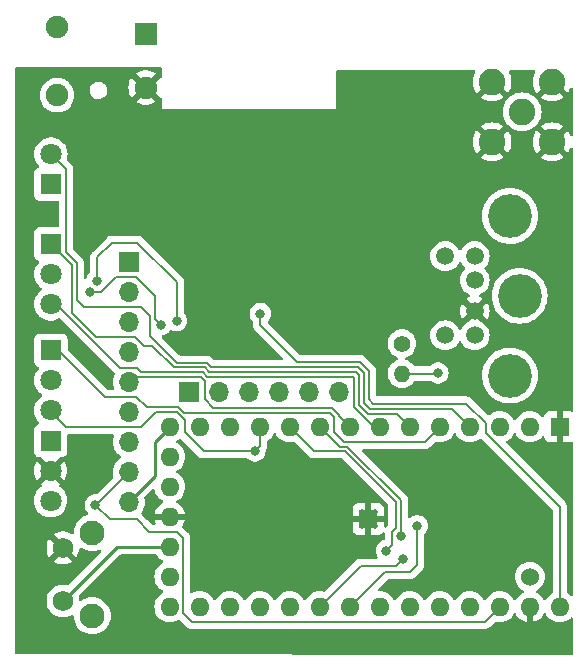
<source format=gbl>
G04 #@! TF.GenerationSoftware,KiCad,Pcbnew,7.0.7*
G04 #@! TF.CreationDate,2023-12-02T18:06:35+01:00*
G04 #@! TF.ProjectId,TeensyRPR,5465656e-7379-4525-9052-2e6b69636164,rev?*
G04 #@! TF.SameCoordinates,Original*
G04 #@! TF.FileFunction,Copper,L2,Bot*
G04 #@! TF.FilePolarity,Positive*
%FSLAX46Y46*%
G04 Gerber Fmt 4.6, Leading zero omitted, Abs format (unit mm)*
G04 Created by KiCad (PCBNEW 7.0.7) date 2023-12-02 18:06:35*
%MOMM*%
%LPD*%
G01*
G04 APERTURE LIST*
G04 #@! TA.AperFunction,ComponentPad*
%ADD10C,1.501140*%
G04 #@! TD*
G04 #@! TA.AperFunction,ComponentPad*
%ADD11C,3.700780*%
G04 #@! TD*
G04 #@! TA.AperFunction,ComponentPad*
%ADD12R,1.700000X1.700000*%
G04 #@! TD*
G04 #@! TA.AperFunction,ComponentPad*
%ADD13O,1.700000X1.700000*%
G04 #@! TD*
G04 #@! TA.AperFunction,ComponentPad*
%ADD14R,1.600000X1.600000*%
G04 #@! TD*
G04 #@! TA.AperFunction,ComponentPad*
%ADD15O,1.600000X1.600000*%
G04 #@! TD*
G04 #@! TA.AperFunction,ComponentPad*
%ADD16C,1.524000*%
G04 #@! TD*
G04 #@! TA.AperFunction,ComponentPad*
%ADD17C,0.500000*%
G04 #@! TD*
G04 #@! TA.AperFunction,SMDPad,CuDef*
%ADD18R,1.650000X1.650000*%
G04 #@! TD*
G04 #@! TA.AperFunction,ComponentPad*
%ADD19C,2.250000*%
G04 #@! TD*
G04 #@! TA.AperFunction,ComponentPad*
%ADD20R,1.800000X1.800000*%
G04 #@! TD*
G04 #@! TA.AperFunction,ComponentPad*
%ADD21C,1.800000*%
G04 #@! TD*
G04 #@! TA.AperFunction,ComponentPad*
%ADD22C,2.100000*%
G04 #@! TD*
G04 #@! TA.AperFunction,ComponentPad*
%ADD23C,1.750000*%
G04 #@! TD*
G04 #@! TA.AperFunction,ComponentPad*
%ADD24R,1.900000X1.900000*%
G04 #@! TD*
G04 #@! TA.AperFunction,ComponentPad*
%ADD25C,1.900000*%
G04 #@! TD*
G04 #@! TA.AperFunction,ComponentPad*
%ADD26C,1.400000*%
G04 #@! TD*
G04 #@! TA.AperFunction,ComponentPad*
%ADD27O,1.400000X1.400000*%
G04 #@! TD*
G04 #@! TA.AperFunction,ViaPad*
%ADD28C,0.800000*%
G04 #@! TD*
G04 #@! TA.AperFunction,Conductor*
%ADD29C,0.200000*%
G04 #@! TD*
G04 #@! TA.AperFunction,Conductor*
%ADD30C,0.250000*%
G04 #@! TD*
G04 APERTURE END LIST*
D10*
X173288640Y-114080260D03*
X173288640Y-116681220D03*
X173288640Y-112030480D03*
X173288640Y-118731000D03*
X170796900Y-112030480D03*
X170796900Y-118731000D03*
D11*
X176288380Y-108621800D03*
X177098640Y-115380740D03*
X176288380Y-122139680D03*
D12*
X144018000Y-112522000D03*
D13*
X144018000Y-115062000D03*
X144018000Y-117602000D03*
X144018000Y-120142000D03*
X144018000Y-122682000D03*
X144018000Y-125222000D03*
X144018000Y-127762000D03*
X144018000Y-130302000D03*
X144018000Y-132842000D03*
D14*
X180499499Y-126473501D03*
D15*
X177959499Y-126473501D03*
X175419499Y-126473501D03*
X172879499Y-126473501D03*
X170339499Y-126473501D03*
X167799499Y-126473501D03*
X165259499Y-126473501D03*
X162719499Y-126473501D03*
X160179499Y-126473501D03*
X157639499Y-126473501D03*
X155099499Y-126473501D03*
X152559499Y-126473501D03*
X150019499Y-126473501D03*
X147479499Y-126473501D03*
X147479499Y-141713501D03*
X150019499Y-141713501D03*
X152559499Y-141713501D03*
X155099499Y-141713501D03*
X157639499Y-141713501D03*
X160179499Y-141713501D03*
X162719499Y-141713501D03*
X165259499Y-141713501D03*
X167799499Y-141713501D03*
X170339499Y-141713501D03*
X172879499Y-141713501D03*
X175419499Y-141713501D03*
X177959499Y-141713501D03*
X180499499Y-141713501D03*
D16*
X177959499Y-139173501D03*
D15*
X147479499Y-129013501D03*
X147479499Y-131553501D03*
X147479499Y-134093501D03*
X147479499Y-136633501D03*
X147479499Y-139173501D03*
D17*
X164869500Y-133713500D03*
X163719500Y-133713500D03*
D18*
X164294500Y-134288500D03*
D17*
X164869500Y-134863500D03*
X163719500Y-134863500D03*
D19*
X177312000Y-99808000D03*
X179852000Y-97268000D03*
X174772000Y-97268000D03*
X179852000Y-102348000D03*
X174772000Y-102348000D03*
D20*
X137400000Y-111000000D03*
D21*
X137400000Y-113540000D03*
X137400000Y-116080000D03*
D20*
X137414000Y-120000000D03*
D21*
X137414000Y-122540000D03*
X137414000Y-125080000D03*
D20*
X137414000Y-105918000D03*
D21*
X137414000Y-103378000D03*
D22*
X140920000Y-142474000D03*
X140920000Y-135464000D03*
D23*
X138430000Y-141224000D03*
X138430000Y-136724000D03*
D24*
X145438000Y-93254000D03*
D25*
X145438000Y-97754000D03*
X137938000Y-92604000D03*
X137938000Y-98404000D03*
D26*
X167132000Y-119430000D03*
D27*
X167132000Y-121970000D03*
D20*
X137388600Y-127650400D03*
D21*
X137388600Y-130190400D03*
X137388600Y-132730400D03*
D12*
X149098000Y-123545600D03*
D13*
X151638000Y-123545600D03*
X154178000Y-123545600D03*
X156718000Y-123545600D03*
X159258000Y-123545600D03*
X161798000Y-123545600D03*
D28*
X151282400Y-100355400D03*
X159193500Y-115825500D03*
X167894000Y-117349500D03*
X152908000Y-133604000D03*
X159512000Y-130810000D03*
X176022000Y-139446000D03*
X135382000Y-109321600D03*
X141986000Y-106172000D03*
X145542000Y-109728000D03*
X152400000Y-105156000D03*
X157161500Y-107443500D03*
X159447500Y-114555500D03*
X142748000Y-143510000D03*
X178816000Y-129794000D03*
X168676000Y-131304000D03*
X163322000Y-96774000D03*
X150876000Y-139192000D03*
X159359600Y-119176800D03*
X141986000Y-139446000D03*
X179324000Y-133858000D03*
X153568400Y-118694200D03*
X171216000Y-130034000D03*
X168167500Y-112269500D03*
X161310000Y-132574000D03*
X158790000Y-144050000D03*
X135737600Y-117983000D03*
X173482000Y-105410000D03*
X140157200Y-109728000D03*
X156907500Y-116079500D03*
X152843500Y-114301500D03*
X155637500Y-109221500D03*
X166051500Y-107697500D03*
X160463500Y-109221500D03*
X150012400Y-112496600D03*
X164947600Y-129108200D03*
X162749500Y-117095500D03*
X159512000Y-139192000D03*
X168910000Y-103124000D03*
X167321500Y-114301500D03*
X177546000Y-132334000D03*
X176022000Y-135382000D03*
X151638000Y-135128000D03*
X169672000Y-139700000D03*
X141173200Y-133096000D03*
X170180000Y-121920000D03*
X154686000Y-128524000D03*
X167198773Y-137667384D03*
X168422000Y-134860000D03*
X165818500Y-136955500D03*
X167025000Y-135685500D03*
X155143200Y-116890800D03*
X140716000Y-115062000D03*
X146710400Y-117830600D03*
X148056600Y-117500400D03*
X141325600Y-114096800D03*
D29*
X146196000Y-117316200D02*
X146710400Y-117830600D01*
X144576349Y-113792000D02*
X146196000Y-115411651D01*
X146196000Y-115411651D02*
X146196000Y-117316200D01*
X142900400Y-113792000D02*
X144576349Y-113792000D01*
X141630400Y-115062000D02*
X142900400Y-113792000D01*
X140716000Y-115062000D02*
X141630400Y-115062000D01*
X148590000Y-135890000D02*
X148082000Y-135382000D01*
X141224000Y-133096000D02*
X141173200Y-133096000D01*
X148590000Y-142240000D02*
X148590000Y-135890000D01*
X144018000Y-130302000D02*
X141224000Y-133096000D01*
X175419499Y-141713501D02*
X174131000Y-143002000D01*
X145745200Y-135382000D02*
X144678400Y-134315200D01*
X148082000Y-135382000D02*
X145745200Y-135382000D01*
X144678400Y-134315200D02*
X142392400Y-134315200D01*
X142392400Y-134315200D02*
X141173200Y-133096000D01*
X174131000Y-143002000D02*
X149352000Y-143002000D01*
X149352000Y-143002000D02*
X148590000Y-142240000D01*
X170130000Y-121970000D02*
X170180000Y-121920000D01*
X167132000Y-121970000D02*
X170130000Y-121970000D01*
X161790000Y-125544002D02*
X161790000Y-125484314D01*
X150102600Y-122250200D02*
X144449800Y-122250200D01*
X161790000Y-125484314D02*
X161203730Y-124898044D01*
X161203730Y-124898044D02*
X151161644Y-124898044D01*
X162719499Y-126473501D02*
X161790000Y-125544002D01*
X151161644Y-124898044D02*
X150418800Y-124155200D01*
X150418800Y-124155200D02*
X150418800Y-122566400D01*
X144449800Y-122250200D02*
X144018000Y-122682000D01*
X150418800Y-122566400D02*
X150102600Y-122250200D01*
D30*
X146202400Y-130657600D02*
X144018000Y-132842000D01*
X146202400Y-127750600D02*
X146202400Y-130657600D01*
X147479499Y-126473501D02*
X146202400Y-127750600D01*
D29*
X137414000Y-125080000D02*
X137414000Y-125222000D01*
X138684000Y-126492000D02*
X145034000Y-126492000D01*
X148082000Y-125247400D02*
X148742400Y-125907800D01*
X155099499Y-126473501D02*
X155099499Y-128110501D01*
X154660600Y-128549400D02*
X154686000Y-128524000D01*
X145034000Y-126492000D02*
X146278600Y-125247400D01*
X148742400Y-125907800D02*
X148742400Y-126949200D01*
X146278600Y-125247400D02*
X148082000Y-125247400D01*
X150342600Y-128549400D02*
X154660600Y-128549400D01*
X148742400Y-126949200D02*
X150342600Y-128549400D01*
X155099499Y-128110501D02*
X154686000Y-128524000D01*
X137414000Y-125222000D02*
X138684000Y-126492000D01*
X160179499Y-141713501D02*
X163648489Y-138244511D01*
X163648489Y-138244511D02*
X166621646Y-138244511D01*
X166621646Y-138244511D02*
X167198773Y-137667384D01*
X165699500Y-138733500D02*
X167850500Y-138733500D01*
X168422000Y-138162000D02*
X167850500Y-138733500D01*
X168422000Y-134860000D02*
X168422000Y-138162000D01*
X162719499Y-141713501D02*
X165699500Y-138733500D01*
X161390000Y-125650000D02*
X161390000Y-126950000D01*
X169063000Y-127750000D02*
X170339499Y-126473501D01*
X161390000Y-126950000D02*
X162190000Y-127750000D01*
X138034000Y-120000000D02*
X141986000Y-123952000D01*
X162190000Y-127750000D02*
X169063000Y-127750000D01*
X144653000Y-123952000D02*
X145516600Y-124815600D01*
X148215886Y-124815600D02*
X148698330Y-125298044D01*
X145516600Y-124815600D02*
X148215886Y-124815600D01*
X141986000Y-123952000D02*
X144653000Y-123952000D01*
X137414000Y-120000000D02*
X138034000Y-120000000D01*
X148698330Y-125298044D02*
X161038044Y-125298044D01*
X161038044Y-125298044D02*
X161390000Y-125650000D01*
X145034000Y-116332000D02*
X140208000Y-116332000D01*
X148075800Y-121050200D02*
X145796000Y-118770400D01*
X150599655Y-121050200D02*
X148075800Y-121050200D01*
X163893400Y-121918829D02*
X163424771Y-121450200D01*
X172879499Y-126473501D02*
X171379499Y-124973501D01*
X138684000Y-111718314D02*
X138684000Y-104648000D01*
X145796000Y-118770400D02*
X145796000Y-117094000D01*
X138684000Y-104648000D02*
X137414000Y-103378000D01*
X164401186Y-124973501D02*
X163893400Y-124465714D01*
X163424771Y-121450200D02*
X150999656Y-121450200D01*
X163893400Y-124465714D02*
X163893400Y-121918829D01*
X140208000Y-116332000D02*
X139592000Y-115716000D01*
X150999656Y-121450200D02*
X150599655Y-121050200D01*
X145796000Y-117094000D02*
X145034000Y-116332000D01*
X139592000Y-115716000D02*
X139592000Y-112626314D01*
X171379499Y-124973501D02*
X164401186Y-124973501D01*
X139592000Y-112626314D02*
X138684000Y-111718314D01*
X162332000Y-128550000D02*
X166590000Y-132808000D01*
X166590000Y-132808000D02*
X166590000Y-135084498D01*
X166590000Y-135084498D02*
X166324999Y-135349499D01*
X159699000Y-128550000D02*
X162332000Y-128550000D01*
X157639499Y-126490499D02*
X159699000Y-128550000D01*
X157639499Y-126473501D02*
X157639499Y-126490499D01*
X166324999Y-135349499D02*
X166324999Y-136449001D01*
X166324999Y-136449001D02*
X165818500Y-136955500D01*
X167025000Y-135685500D02*
X167025000Y-132658800D01*
X162516200Y-128150000D02*
X161855998Y-128150000D01*
X161855998Y-128150000D02*
X160179499Y-126473501D01*
X167025000Y-132658800D02*
X162516200Y-128150000D01*
X150833971Y-121850200D02*
X163259085Y-121850200D01*
X144526000Y-118872000D02*
X145288000Y-119634000D01*
X166699499Y-125373501D02*
X167799499Y-126473501D01*
X139192000Y-112792000D02*
X139192000Y-116840000D01*
X145999200Y-119634000D02*
X147815400Y-121450200D01*
X163493400Y-124631400D02*
X164235501Y-125373501D01*
X139192000Y-116840000D02*
X141224000Y-118872000D01*
X164235501Y-125373501D02*
X166699499Y-125373501D01*
X137400000Y-111000000D02*
X139192000Y-112792000D01*
X145288000Y-119634000D02*
X145999200Y-119634000D01*
X163493400Y-122084515D02*
X163493400Y-124631400D01*
X163259085Y-121850200D02*
X163493400Y-122084515D01*
X150433970Y-121450200D02*
X150833971Y-121850200D01*
X141224000Y-118872000D02*
X144526000Y-118872000D01*
X147815400Y-121450200D02*
X150433970Y-121450200D01*
X150268285Y-121850200D02*
X145052546Y-121850200D01*
X165259499Y-126473501D02*
X164751301Y-126473501D01*
X144665146Y-121462800D02*
X143249114Y-121462800D01*
X150668286Y-122250200D02*
X150268285Y-121850200D01*
X145052546Y-121850200D02*
X144665146Y-121462800D01*
X163093400Y-124815600D02*
X163093400Y-122250200D01*
X143249114Y-121462800D02*
X137866314Y-116080000D01*
X163093400Y-122250200D02*
X150668286Y-122250200D01*
X164751301Y-126473501D02*
X163093400Y-124815600D01*
X137866314Y-116080000D02*
X137400000Y-116080000D01*
X172581800Y-124510800D02*
X164668200Y-124510800D01*
X155143200Y-117881400D02*
X155143200Y-116890800D01*
X180499499Y-133255499D02*
X174244000Y-127000000D01*
X174244000Y-126173000D02*
X172581800Y-124510800D01*
X163600811Y-121025200D02*
X158287000Y-121025200D01*
X164668200Y-124510800D02*
X164318400Y-124161000D01*
X164318400Y-121742789D02*
X163600811Y-121025200D01*
X174244000Y-127000000D02*
X174244000Y-126173000D01*
X180499499Y-141713501D02*
X180499499Y-133255499D01*
X158287000Y-121025200D02*
X155143200Y-117881400D01*
X164318400Y-124161000D02*
X164318400Y-121742789D01*
D30*
X147479499Y-136633501D02*
X143020499Y-136633501D01*
X143020499Y-136633501D02*
X138430000Y-141224000D01*
D29*
X148056600Y-117500400D02*
X148056600Y-114210600D01*
X148056600Y-114210600D02*
X144742400Y-110896400D01*
X141351000Y-112141000D02*
X141351000Y-114071400D01*
X142595600Y-110896400D02*
X141351000Y-112141000D01*
X141351000Y-114071400D02*
X141325600Y-114096800D01*
X144742400Y-110896400D02*
X142595600Y-110896400D01*
G04 #@! TA.AperFunction,Conductor*
G36*
X146754121Y-96032002D02*
G01*
X146800614Y-96085658D01*
X146812000Y-96138000D01*
X146812000Y-96796670D01*
X146791998Y-96864791D01*
X146738342Y-96911284D01*
X146673003Y-96921998D01*
X146633326Y-96917883D01*
X146123477Y-97427732D01*
X146061165Y-97461757D01*
X145990349Y-97456692D01*
X145934419Y-97415339D01*
X145865926Y-97326076D01*
X145865925Y-97326075D01*
X145776656Y-97257577D01*
X145734791Y-97200241D01*
X145730569Y-97129370D01*
X145764267Y-97068520D01*
X146274946Y-96557842D01*
X146238184Y-96529228D01*
X146238181Y-96529227D01*
X146025678Y-96414225D01*
X146025676Y-96414224D01*
X145797149Y-96335771D01*
X145797140Y-96335769D01*
X145558809Y-96296000D01*
X145317191Y-96296000D01*
X145078859Y-96335769D01*
X145078850Y-96335771D01*
X144850325Y-96414224D01*
X144637808Y-96529233D01*
X144601052Y-96557841D01*
X145111731Y-97068520D01*
X145145756Y-97130833D01*
X145140692Y-97201648D01*
X145099341Y-97257578D01*
X145010075Y-97326075D01*
X144941578Y-97415341D01*
X144884240Y-97457208D01*
X144813369Y-97461429D01*
X144752520Y-97427731D01*
X144242673Y-96917883D01*
X144151332Y-97057690D01*
X144054273Y-97278962D01*
X144054270Y-97278969D01*
X143994958Y-97513186D01*
X143994956Y-97513195D01*
X143975003Y-97754000D01*
X143994956Y-97994804D01*
X143994958Y-97994813D01*
X144054270Y-98229030D01*
X144054273Y-98229037D01*
X144151331Y-98450306D01*
X144242672Y-98590114D01*
X144752520Y-98080267D01*
X144814833Y-98046242D01*
X144885648Y-98051306D01*
X144941577Y-98092656D01*
X145010075Y-98181925D01*
X145060623Y-98220712D01*
X145099339Y-98250419D01*
X145141207Y-98307757D01*
X145145429Y-98378628D01*
X145111731Y-98439477D01*
X144601051Y-98950156D01*
X144601052Y-98950157D01*
X144637808Y-98978766D01*
X144637818Y-98978772D01*
X144850321Y-99093774D01*
X144850323Y-99093775D01*
X145078850Y-99172228D01*
X145078859Y-99172230D01*
X145317191Y-99212000D01*
X145558809Y-99212000D01*
X145797140Y-99172230D01*
X145797149Y-99172228D01*
X146025676Y-99093775D01*
X146025678Y-99093774D01*
X146238187Y-98978769D01*
X146274946Y-98950157D01*
X145764268Y-98439479D01*
X145730243Y-98377166D01*
X145735307Y-98306351D01*
X145776660Y-98250420D01*
X145815377Y-98220712D01*
X145865925Y-98181925D01*
X145934421Y-98092658D01*
X145991758Y-98050792D01*
X146062629Y-98046570D01*
X146123479Y-98080268D01*
X146633325Y-98590115D01*
X146673002Y-98586000D01*
X146742822Y-98598868D01*
X146794602Y-98647441D01*
X146812000Y-98711327D01*
X146812000Y-99568000D01*
X161544000Y-99568000D01*
X161544000Y-96392000D01*
X161564002Y-96323879D01*
X161617658Y-96277386D01*
X161670000Y-96266000D01*
X173245809Y-96266000D01*
X173313930Y-96286002D01*
X173360423Y-96339658D01*
X173370527Y-96409932D01*
X173353242Y-96457834D01*
X173312488Y-96524338D01*
X173214121Y-96761816D01*
X173154117Y-97011753D01*
X173133950Y-97267999D01*
X173154117Y-97524246D01*
X173214121Y-97774183D01*
X173312486Y-98011657D01*
X173446791Y-98230824D01*
X173448252Y-98232535D01*
X173979615Y-97701172D01*
X174041928Y-97667147D01*
X174112743Y-97672211D01*
X174169579Y-97714758D01*
X174169778Y-97715024D01*
X174222755Y-97786184D01*
X174329627Y-97875862D01*
X174368953Y-97934972D01*
X174370079Y-98005960D01*
X174337730Y-98061478D01*
X173807462Y-98591745D01*
X173807462Y-98591746D01*
X173809174Y-98593207D01*
X174028342Y-98727513D01*
X174265816Y-98825878D01*
X174515753Y-98885882D01*
X174772000Y-98906049D01*
X175028246Y-98885882D01*
X175278183Y-98825878D01*
X175515657Y-98727513D01*
X175734825Y-98593207D01*
X175736535Y-98591746D01*
X175736536Y-98591745D01*
X175206199Y-98061408D01*
X175172173Y-97999096D01*
X175177238Y-97928281D01*
X175219785Y-97871445D01*
X175226034Y-97867056D01*
X175257373Y-97846445D01*
X175377688Y-97718918D01*
X175377691Y-97718912D01*
X175377862Y-97718684D01*
X175378023Y-97718562D01*
X175382725Y-97713579D01*
X175383576Y-97714382D01*
X175434581Y-97675982D01*
X175505382Y-97670724D01*
X175567787Y-97704578D01*
X176095745Y-98232536D01*
X176095746Y-98232535D01*
X176097207Y-98230825D01*
X176231513Y-98011657D01*
X176329878Y-97774183D01*
X176389882Y-97524246D01*
X176410049Y-97268000D01*
X176389882Y-97011753D01*
X176329878Y-96761816D01*
X176231511Y-96524338D01*
X176190758Y-96457834D01*
X176172220Y-96389301D01*
X176193677Y-96321624D01*
X176248316Y-96276291D01*
X176298191Y-96266000D01*
X178325809Y-96266000D01*
X178393930Y-96286002D01*
X178440423Y-96339658D01*
X178450527Y-96409932D01*
X178433242Y-96457834D01*
X178392488Y-96524338D01*
X178294121Y-96761816D01*
X178234117Y-97011753D01*
X178213950Y-97268000D01*
X178234117Y-97524246D01*
X178294121Y-97774183D01*
X178392486Y-98011657D01*
X178526791Y-98230824D01*
X178528252Y-98232535D01*
X179059615Y-97701172D01*
X179121928Y-97667147D01*
X179192743Y-97672211D01*
X179249579Y-97714758D01*
X179249778Y-97715024D01*
X179302755Y-97786184D01*
X179409627Y-97875862D01*
X179448953Y-97934972D01*
X179450079Y-98005960D01*
X179417730Y-98061478D01*
X178887462Y-98591745D01*
X178887462Y-98591746D01*
X178889174Y-98593207D01*
X179108342Y-98727513D01*
X179345816Y-98825878D01*
X179595753Y-98885882D01*
X179852000Y-98906049D01*
X180108246Y-98885882D01*
X180358183Y-98825878D01*
X180595657Y-98727513D01*
X180814825Y-98593207D01*
X180816535Y-98591746D01*
X180816536Y-98591745D01*
X180286199Y-98061408D01*
X180252173Y-97999096D01*
X180257238Y-97928281D01*
X180299785Y-97871445D01*
X180306034Y-97867056D01*
X180337373Y-97846445D01*
X180457688Y-97718918D01*
X180457691Y-97718912D01*
X180457862Y-97718684D01*
X180458023Y-97718562D01*
X180462725Y-97713579D01*
X180463576Y-97714382D01*
X180514581Y-97675982D01*
X180585382Y-97670724D01*
X180647787Y-97704578D01*
X181175745Y-98232536D01*
X181175746Y-98232535D01*
X181177207Y-98230825D01*
X181311513Y-98011657D01*
X181387591Y-97827989D01*
X181432139Y-97772708D01*
X181499503Y-97750287D01*
X181568294Y-97767845D01*
X181616672Y-97819807D01*
X181630000Y-97876207D01*
X181630000Y-101739792D01*
X181609998Y-101807913D01*
X181556342Y-101854406D01*
X181486068Y-101864510D01*
X181421488Y-101835016D01*
X181387591Y-101788010D01*
X181311513Y-101604342D01*
X181177207Y-101385174D01*
X181175745Y-101383462D01*
X180644382Y-101914826D01*
X180582070Y-101948852D01*
X180511255Y-101943787D01*
X180454419Y-101901240D01*
X180454220Y-101900973D01*
X180401246Y-101829817D01*
X180294371Y-101740137D01*
X180255045Y-101681027D01*
X180253919Y-101610039D01*
X180286268Y-101554520D01*
X180816536Y-101024252D01*
X180814824Y-101022791D01*
X180595657Y-100888486D01*
X180358183Y-100790121D01*
X180108246Y-100730117D01*
X179852000Y-100709950D01*
X179595753Y-100730117D01*
X179345816Y-100790121D01*
X179108342Y-100888486D01*
X178889177Y-101022790D01*
X178889174Y-101022793D01*
X178887462Y-101024252D01*
X179417801Y-101554590D01*
X179451826Y-101616903D01*
X179446762Y-101687718D01*
X179404215Y-101744554D01*
X179397944Y-101748957D01*
X179366631Y-101769551D01*
X179366624Y-101769557D01*
X179246311Y-101897083D01*
X179246122Y-101897337D01*
X179245947Y-101897467D01*
X179241276Y-101902420D01*
X179240429Y-101901621D01*
X179189394Y-101940027D01*
X179118591Y-101945271D01*
X179056193Y-101911403D01*
X179055967Y-101911178D01*
X178528252Y-101383462D01*
X178526793Y-101385174D01*
X178526790Y-101385177D01*
X178392486Y-101604342D01*
X178294121Y-101841816D01*
X178234117Y-102091753D01*
X178213950Y-102347999D01*
X178234117Y-102604246D01*
X178294121Y-102854183D01*
X178392486Y-103091657D01*
X178526791Y-103310824D01*
X178528252Y-103312535D01*
X179059615Y-102781172D01*
X179121928Y-102747147D01*
X179192743Y-102752211D01*
X179249579Y-102794758D01*
X179249778Y-102795024D01*
X179302755Y-102866184D01*
X179409627Y-102955862D01*
X179448953Y-103014972D01*
X179450079Y-103085960D01*
X179417730Y-103141478D01*
X178887462Y-103671745D01*
X178887462Y-103671746D01*
X178889174Y-103673207D01*
X179108342Y-103807513D01*
X179345816Y-103905878D01*
X179595753Y-103965882D01*
X179852000Y-103986049D01*
X180108246Y-103965882D01*
X180358183Y-103905878D01*
X180595657Y-103807513D01*
X180814825Y-103673207D01*
X180816535Y-103671746D01*
X180816536Y-103671745D01*
X180286199Y-103141408D01*
X180252173Y-103079096D01*
X180257238Y-103008281D01*
X180299785Y-102951445D01*
X180306034Y-102947056D01*
X180337373Y-102926445D01*
X180457688Y-102798918D01*
X180457691Y-102798912D01*
X180457862Y-102798684D01*
X180458023Y-102798562D01*
X180462725Y-102793579D01*
X180463576Y-102794382D01*
X180514581Y-102755982D01*
X180585382Y-102750724D01*
X180647787Y-102784578D01*
X181175745Y-103312536D01*
X181175746Y-103312535D01*
X181177207Y-103310825D01*
X181311513Y-103091657D01*
X181387591Y-102907989D01*
X181432139Y-102852708D01*
X181499503Y-102830287D01*
X181568294Y-102847845D01*
X181616672Y-102899807D01*
X181630000Y-102956207D01*
X181630000Y-125073112D01*
X181609998Y-125141233D01*
X181556342Y-125187726D01*
X181486068Y-125197830D01*
X181459968Y-125191168D01*
X181408593Y-125172006D01*
X181348096Y-125165501D01*
X180753499Y-125165501D01*
X180753499Y-125961216D01*
X180733497Y-126029337D01*
X180679841Y-126075830D01*
X180609567Y-126085934D01*
X180607791Y-126085665D01*
X180530980Y-126073501D01*
X180468018Y-126073501D01*
X180391207Y-126085665D01*
X180320796Y-126076564D01*
X180266483Y-126030841D01*
X180245512Y-125963013D01*
X180245499Y-125961216D01*
X180245499Y-125165501D01*
X179650901Y-125165501D01*
X179590405Y-125172006D01*
X179453534Y-125223056D01*
X179453533Y-125223056D01*
X179336594Y-125310596D01*
X179249054Y-125427535D01*
X179249054Y-125427536D01*
X179198003Y-125564409D01*
X179196936Y-125574333D01*
X179169763Y-125639923D01*
X179111442Y-125680411D01*
X179040491Y-125682940D01*
X178979435Y-125646709D01*
X178968445Y-125633125D01*
X178965701Y-125629206D01*
X178965694Y-125629198D01*
X178803801Y-125467305D01*
X178803797Y-125467302D01*
X178616248Y-125335978D01*
X178561816Y-125310596D01*
X178408745Y-125239218D01*
X178408739Y-125239216D01*
X178315270Y-125214171D01*
X178187586Y-125179958D01*
X177959499Y-125160003D01*
X177731412Y-125179958D01*
X177510258Y-125239216D01*
X177510252Y-125239218D01*
X177302749Y-125335978D01*
X177115202Y-125467300D01*
X177115196Y-125467305D01*
X176953303Y-125629198D01*
X176953298Y-125629204D01*
X176821976Y-125816751D01*
X176803694Y-125855958D01*
X176756777Y-125909243D01*
X176688500Y-125928704D01*
X176620540Y-125908162D01*
X176575304Y-125855958D01*
X176568531Y-125841434D01*
X176557022Y-125816752D01*
X176425697Y-125629201D01*
X176263799Y-125467303D01*
X176076248Y-125335978D01*
X176021816Y-125310596D01*
X175868745Y-125239218D01*
X175868739Y-125239216D01*
X175775270Y-125214171D01*
X175647586Y-125179958D01*
X175419499Y-125160003D01*
X175191412Y-125179958D01*
X174970258Y-125239216D01*
X174970252Y-125239218D01*
X174762749Y-125335978D01*
X174575198Y-125467302D01*
X174570986Y-125470838D01*
X174570039Y-125469710D01*
X174513766Y-125500415D01*
X174442952Y-125495326D01*
X174397929Y-125466380D01*
X173725491Y-124793942D01*
X173043190Y-124111641D01*
X173037763Y-124105453D01*
X173015787Y-124076813D01*
X172983874Y-124052325D01*
X172983872Y-124052323D01*
X172900327Y-123988216D01*
X172888682Y-123979280D01*
X172888674Y-123979275D01*
X172740651Y-123917962D01*
X172721256Y-123915408D01*
X172675854Y-123909431D01*
X172619841Y-123902057D01*
X172619820Y-123902055D01*
X172581802Y-123897050D01*
X172581799Y-123897050D01*
X172546019Y-123901760D01*
X172537788Y-123902300D01*
X165052900Y-123902300D01*
X164984779Y-123882298D01*
X164938286Y-123828642D01*
X164926900Y-123776300D01*
X164926900Y-121970000D01*
X165918884Y-121970000D01*
X165937314Y-122180655D01*
X165953051Y-122239386D01*
X165992043Y-122384908D01*
X165992045Y-122384912D01*
X166081412Y-122576561D01*
X166202692Y-122749767D01*
X166202696Y-122749772D01*
X166202699Y-122749776D01*
X166352224Y-122899301D01*
X166352227Y-122899303D01*
X166352232Y-122899307D01*
X166525438Y-123020587D01*
X166525441Y-123020588D01*
X166525442Y-123020589D01*
X166717090Y-123109956D01*
X166921345Y-123164686D01*
X167132000Y-123183116D01*
X167342655Y-123164686D01*
X167546910Y-123109956D01*
X167738558Y-123020589D01*
X167911776Y-122899301D01*
X168061301Y-122749776D01*
X168143608Y-122632228D01*
X168199063Y-122587901D01*
X168246820Y-122578500D01*
X169499776Y-122578500D01*
X169567897Y-122598502D01*
X169573834Y-122602562D01*
X169723248Y-122711118D01*
X169897712Y-122788794D01*
X170084513Y-122828500D01*
X170275487Y-122828500D01*
X170462288Y-122788794D01*
X170636752Y-122711118D01*
X170791253Y-122598866D01*
X170809591Y-122578500D01*
X170919034Y-122456951D01*
X170919035Y-122456949D01*
X170919040Y-122456944D01*
X171014527Y-122291556D01*
X171063874Y-122139683D01*
X173924429Y-122139683D01*
X173944652Y-122448233D01*
X173944654Y-122448248D01*
X173974615Y-122598866D01*
X174004633Y-122749778D01*
X174004979Y-122751514D01*
X174004981Y-122751524D01*
X174104371Y-123044317D01*
X174104377Y-123044331D01*
X174241135Y-123321653D01*
X174412934Y-123578765D01*
X174616813Y-123811246D01*
X174849294Y-124015125D01*
X174849296Y-124015126D01*
X174849298Y-124015128D01*
X174874857Y-124032206D01*
X175106406Y-124186924D01*
X175286417Y-124275694D01*
X175383735Y-124323686D01*
X175676544Y-124423081D01*
X175938693Y-124475226D01*
X175979811Y-124483405D01*
X175979813Y-124483405D01*
X175979822Y-124483407D01*
X176156140Y-124494963D01*
X176288377Y-124503631D01*
X176288380Y-124503631D01*
X176288383Y-124503631D01*
X176404089Y-124496047D01*
X176596938Y-124483407D01*
X176900216Y-124423081D01*
X177193025Y-124323686D01*
X177452528Y-124195714D01*
X177470353Y-124186924D01*
X177470356Y-124186922D01*
X177727462Y-124015128D01*
X177959946Y-123811246D01*
X178163828Y-123578762D01*
X178335622Y-123321656D01*
X178335622Y-123321655D01*
X178335624Y-123321653D01*
X178403942Y-123183116D01*
X178472386Y-123044325D01*
X178571781Y-122751516D01*
X178632107Y-122448238D01*
X178649645Y-122180655D01*
X178652331Y-122139683D01*
X178652331Y-122139676D01*
X178632107Y-121831126D01*
X178632107Y-121831122D01*
X178571781Y-121527844D01*
X178472386Y-121235035D01*
X178335622Y-120957705D01*
X178163828Y-120700598D01*
X178163827Y-120700596D01*
X177959946Y-120468113D01*
X177727465Y-120264234D01*
X177470353Y-120092435D01*
X177193031Y-119955677D01*
X177193025Y-119955674D01*
X177193020Y-119955672D01*
X177193017Y-119955671D01*
X176900224Y-119856281D01*
X176900218Y-119856279D01*
X176900216Y-119856279D01*
X176813227Y-119838975D01*
X176596948Y-119795954D01*
X176596933Y-119795952D01*
X176288383Y-119775729D01*
X176288377Y-119775729D01*
X175979826Y-119795952D01*
X175979811Y-119795954D01*
X175720038Y-119847627D01*
X175676544Y-119856279D01*
X175676542Y-119856279D01*
X175676535Y-119856281D01*
X175383742Y-119955671D01*
X175383728Y-119955677D01*
X175106407Y-120092436D01*
X174849302Y-120264228D01*
X174849296Y-120264232D01*
X174616813Y-120468113D01*
X174412932Y-120700596D01*
X174412928Y-120700602D01*
X174241136Y-120957707D01*
X174104377Y-121235028D01*
X174104371Y-121235042D01*
X174004981Y-121527835D01*
X174004979Y-121527845D01*
X173944654Y-121831111D01*
X173944652Y-121831126D01*
X173924429Y-122139676D01*
X173924429Y-122139683D01*
X171063874Y-122139683D01*
X171073542Y-122109928D01*
X171093504Y-121920000D01*
X171073542Y-121730072D01*
X171014527Y-121548444D01*
X170919040Y-121383056D01*
X170919038Y-121383054D01*
X170919034Y-121383048D01*
X170791255Y-121241135D01*
X170636752Y-121128882D01*
X170462288Y-121051206D01*
X170275487Y-121011500D01*
X170084513Y-121011500D01*
X169897711Y-121051206D01*
X169723247Y-121128882D01*
X169568744Y-121241135D01*
X169497906Y-121319810D01*
X169437460Y-121357050D01*
X169404270Y-121361500D01*
X168246820Y-121361500D01*
X168178699Y-121341498D01*
X168143609Y-121307773D01*
X168061301Y-121190224D01*
X167911776Y-121040699D01*
X167911772Y-121040696D01*
X167911767Y-121040692D01*
X167738561Y-120919412D01*
X167546912Y-120830045D01*
X167546905Y-120830042D01*
X167524211Y-120823961D01*
X167515794Y-120821706D01*
X167455172Y-120784756D01*
X167424150Y-120720896D01*
X167432578Y-120650401D01*
X167477780Y-120595654D01*
X167515793Y-120578293D01*
X167546910Y-120569956D01*
X167738558Y-120480589D01*
X167911776Y-120359301D01*
X168061301Y-120209776D01*
X168182589Y-120036558D01*
X168271956Y-119844910D01*
X168326686Y-119640655D01*
X168345116Y-119430000D01*
X168326686Y-119219345D01*
X168271956Y-119015090D01*
X168182589Y-118823442D01*
X168182588Y-118823441D01*
X168182587Y-118823438D01*
X168117861Y-118731000D01*
X169533021Y-118731000D01*
X169552222Y-118950473D01*
X169609241Y-119163269D01*
X169609243Y-119163274D01*
X169702348Y-119362938D01*
X169702349Y-119362940D01*
X169828706Y-119543397D01*
X169828710Y-119543402D01*
X169828713Y-119543406D01*
X169984494Y-119699187D01*
X169984498Y-119699190D01*
X169984502Y-119699193D01*
X170087465Y-119771288D01*
X170164960Y-119825551D01*
X170364628Y-119918658D01*
X170577430Y-119975678D01*
X170796900Y-119994879D01*
X171016370Y-119975678D01*
X171229172Y-119918658D01*
X171428840Y-119825551D01*
X171609306Y-119699187D01*
X171765087Y-119543406D01*
X171891451Y-119362940D01*
X171928575Y-119283326D01*
X171975492Y-119230042D01*
X172043769Y-119210581D01*
X172111729Y-119231123D01*
X172156965Y-119283327D01*
X172194088Y-119362938D01*
X172194089Y-119362940D01*
X172320446Y-119543397D01*
X172320450Y-119543402D01*
X172320453Y-119543406D01*
X172476234Y-119699187D01*
X172476238Y-119699190D01*
X172476242Y-119699193D01*
X172579205Y-119771288D01*
X172656700Y-119825551D01*
X172856368Y-119918658D01*
X173069170Y-119975678D01*
X173288640Y-119994879D01*
X173508110Y-119975678D01*
X173720912Y-119918658D01*
X173920580Y-119825551D01*
X174101046Y-119699187D01*
X174256827Y-119543406D01*
X174383191Y-119362940D01*
X174476298Y-119163272D01*
X174533318Y-118950470D01*
X174552519Y-118731000D01*
X174533318Y-118511530D01*
X174476298Y-118298728D01*
X174383191Y-118099061D01*
X174256827Y-117918594D01*
X174101046Y-117762813D01*
X174101042Y-117762810D01*
X174101037Y-117762806D01*
X173920580Y-117636449D01*
X173920572Y-117636445D01*
X173873405Y-117614450D01*
X173837561Y-117589351D01*
X173508557Y-117260347D01*
X173474531Y-117198035D01*
X173479596Y-117127220D01*
X173522143Y-117070384D01*
X173542980Y-117057732D01*
X173544758Y-117056876D01*
X173644106Y-116964695D01*
X173667132Y-116924811D01*
X173718513Y-116875819D01*
X173788226Y-116862381D01*
X173854137Y-116888767D01*
X173865347Y-116898716D01*
X174340247Y-117373617D01*
X174382759Y-117312904D01*
X174475825Y-117113323D01*
X174475827Y-117113319D01*
X174532823Y-116900606D01*
X174552017Y-116681219D01*
X174532823Y-116461833D01*
X174475827Y-116249120D01*
X174475825Y-116249116D01*
X174382756Y-116049530D01*
X174340247Y-115988821D01*
X173867617Y-116461451D01*
X173805305Y-116495476D01*
X173734489Y-116490411D01*
X173680011Y-116450914D01*
X173597888Y-116347933D01*
X173524243Y-116297723D01*
X173479227Y-116242822D01*
X173471038Y-116172300D01*
X173502277Y-116108545D01*
X173506127Y-116104521D01*
X173981037Y-115629611D01*
X173920328Y-115587102D01*
X173723265Y-115495210D01*
X173669980Y-115448292D01*
X173650727Y-115380743D01*
X174734689Y-115380743D01*
X174754912Y-115689293D01*
X174754914Y-115689308D01*
X174815239Y-115992574D01*
X174815241Y-115992584D01*
X174914631Y-116285377D01*
X174914637Y-116285391D01*
X175051395Y-116562713D01*
X175223194Y-116819825D01*
X175427073Y-117052306D01*
X175659554Y-117256185D01*
X175659556Y-117256186D01*
X175659558Y-117256188D01*
X175706388Y-117287479D01*
X175916666Y-117427984D01*
X176096677Y-117516754D01*
X176193995Y-117564746D01*
X176486804Y-117664141D01*
X176748953Y-117716286D01*
X176790071Y-117724465D01*
X176790073Y-117724465D01*
X176790082Y-117724467D01*
X176966400Y-117736023D01*
X177098637Y-117744691D01*
X177098640Y-117744691D01*
X177098643Y-117744691D01*
X177214349Y-117737107D01*
X177407198Y-117724467D01*
X177710476Y-117664141D01*
X178003285Y-117564746D01*
X178235810Y-117450078D01*
X178280613Y-117427984D01*
X178280977Y-117427741D01*
X178537722Y-117256188D01*
X178770206Y-117052306D01*
X178974088Y-116819822D01*
X179145882Y-116562716D01*
X179145882Y-116562715D01*
X179145884Y-116562713D01*
X179227237Y-116397743D01*
X179282646Y-116285385D01*
X179382041Y-115992576D01*
X179442367Y-115689298D01*
X179455088Y-115495209D01*
X179462591Y-115380743D01*
X179462591Y-115380736D01*
X179442367Y-115072186D01*
X179442367Y-115072182D01*
X179437639Y-115048415D01*
X179418695Y-114953175D01*
X179382041Y-114768904D01*
X179282646Y-114476095D01*
X179145882Y-114198765D01*
X178974088Y-113941658D01*
X178974087Y-113941656D01*
X178770206Y-113709173D01*
X178537725Y-113505294D01*
X178280613Y-113333495D01*
X178003291Y-113196737D01*
X178003285Y-113196734D01*
X178003280Y-113196732D01*
X178003277Y-113196731D01*
X177710484Y-113097341D01*
X177710478Y-113097339D01*
X177710476Y-113097339D01*
X177623487Y-113080035D01*
X177407208Y-113037014D01*
X177407193Y-113037012D01*
X177098643Y-113016789D01*
X177098637Y-113016789D01*
X176790086Y-113037012D01*
X176790071Y-113037014D01*
X176530298Y-113088687D01*
X176486804Y-113097339D01*
X176486802Y-113097339D01*
X176486795Y-113097341D01*
X176194002Y-113196731D01*
X176193988Y-113196737D01*
X175916667Y-113333496D01*
X175659562Y-113505288D01*
X175659556Y-113505292D01*
X175427073Y-113709173D01*
X175223192Y-113941656D01*
X175223188Y-113941662D01*
X175051396Y-114198767D01*
X174914637Y-114476088D01*
X174914631Y-114476102D01*
X174815241Y-114768895D01*
X174815239Y-114768902D01*
X174815239Y-114768904D01*
X174807064Y-114810000D01*
X174754914Y-115072171D01*
X174754912Y-115072186D01*
X174734689Y-115380736D01*
X174734689Y-115380743D01*
X173650727Y-115380743D01*
X173650519Y-115380015D01*
X173671061Y-115312055D01*
X173723263Y-115266821D01*
X173920580Y-115174811D01*
X174101046Y-115048447D01*
X174256827Y-114892666D01*
X174383191Y-114712200D01*
X174476298Y-114512532D01*
X174533318Y-114299730D01*
X174552519Y-114080260D01*
X174533318Y-113860790D01*
X174476298Y-113647988D01*
X174383191Y-113448321D01*
X174256827Y-113267854D01*
X174133436Y-113144463D01*
X174099412Y-113082152D01*
X174104478Y-113011336D01*
X174133434Y-112966278D01*
X174256827Y-112842886D01*
X174383191Y-112662420D01*
X174476298Y-112462752D01*
X174533318Y-112249950D01*
X174552519Y-112030480D01*
X174533318Y-111811010D01*
X174476298Y-111598208D01*
X174383191Y-111398541D01*
X174256827Y-111218074D01*
X174101046Y-111062293D01*
X174101042Y-111062290D01*
X174101037Y-111062286D01*
X173920580Y-110935929D01*
X173920578Y-110935928D01*
X173720914Y-110842823D01*
X173720909Y-110842821D01*
X173508113Y-110785802D01*
X173288640Y-110766601D01*
X173069166Y-110785802D01*
X172856370Y-110842821D01*
X172856365Y-110842823D01*
X172656700Y-110935929D01*
X172476237Y-111062290D01*
X172476231Y-111062295D01*
X172320455Y-111218071D01*
X172320450Y-111218077D01*
X172194087Y-111398542D01*
X172156963Y-111478154D01*
X172110045Y-111531439D01*
X172041768Y-111550899D01*
X171973808Y-111530356D01*
X171928575Y-111478153D01*
X171891451Y-111398541D01*
X171765087Y-111218074D01*
X171609306Y-111062293D01*
X171609302Y-111062290D01*
X171609297Y-111062286D01*
X171428840Y-110935929D01*
X171428838Y-110935928D01*
X171229174Y-110842823D01*
X171229169Y-110842821D01*
X171016373Y-110785802D01*
X170851767Y-110771401D01*
X170796900Y-110766601D01*
X170796899Y-110766601D01*
X170577426Y-110785802D01*
X170364630Y-110842821D01*
X170364625Y-110842823D01*
X170164960Y-110935929D01*
X169984497Y-111062290D01*
X169984491Y-111062295D01*
X169828715Y-111218071D01*
X169828710Y-111218077D01*
X169702349Y-111398540D01*
X169609243Y-111598205D01*
X169609241Y-111598210D01*
X169552222Y-111811006D01*
X169533021Y-112030480D01*
X169552222Y-112249953D01*
X169594705Y-112408500D01*
X169609242Y-112462752D01*
X169609243Y-112462754D01*
X169702348Y-112662418D01*
X169702349Y-112662420D01*
X169828706Y-112842877D01*
X169828709Y-112842881D01*
X169828713Y-112842886D01*
X169984494Y-112998667D01*
X169984498Y-112998670D01*
X169984502Y-112998673D01*
X170039259Y-113037014D01*
X170164960Y-113125031D01*
X170364628Y-113218138D01*
X170577430Y-113275158D01*
X170796900Y-113294359D01*
X171016370Y-113275158D01*
X171229172Y-113218138D01*
X171428840Y-113125031D01*
X171609306Y-112998667D01*
X171765087Y-112842886D01*
X171891451Y-112662420D01*
X171928575Y-112582806D01*
X171975492Y-112529522D01*
X172043769Y-112510061D01*
X172111729Y-112530603D01*
X172156964Y-112582806D01*
X172177253Y-112626316D01*
X172194088Y-112662418D01*
X172194089Y-112662420D01*
X172320446Y-112842877D01*
X172320455Y-112842888D01*
X172443842Y-112966275D01*
X172477868Y-113028587D01*
X172472803Y-113099402D01*
X172443842Y-113144465D01*
X172320455Y-113267851D01*
X172320450Y-113267857D01*
X172194089Y-113448320D01*
X172100983Y-113647985D01*
X172100981Y-113647990D01*
X172043962Y-113860786D01*
X172024761Y-114080259D01*
X172043962Y-114299733D01*
X172100981Y-114512529D01*
X172100983Y-114512534D01*
X172194088Y-114712198D01*
X172194089Y-114712200D01*
X172320446Y-114892657D01*
X172320450Y-114892662D01*
X172320453Y-114892666D01*
X172476234Y-115048447D01*
X172476238Y-115048450D01*
X172476242Y-115048453D01*
X172511923Y-115073437D01*
X172656700Y-115174811D01*
X172854014Y-115266820D01*
X172907299Y-115313737D01*
X172926760Y-115382015D01*
X172906218Y-115449974D01*
X172854015Y-115495209D01*
X172656952Y-115587102D01*
X172596240Y-115629610D01*
X173068722Y-116102091D01*
X173102747Y-116164404D01*
X173097683Y-116235219D01*
X173055136Y-116292055D01*
X173034300Y-116304707D01*
X173032527Y-116305560D01*
X173032519Y-116305566D01*
X172933175Y-116397743D01*
X172933173Y-116397745D01*
X172910147Y-116437629D01*
X172858764Y-116486622D01*
X172789050Y-116500057D01*
X172723139Y-116473670D01*
X172711932Y-116463723D01*
X172237030Y-115988820D01*
X172194523Y-116049530D01*
X172101454Y-116249116D01*
X172101452Y-116249120D01*
X172044456Y-116461833D01*
X172025262Y-116681220D01*
X172044456Y-116900606D01*
X172101452Y-117113319D01*
X172101454Y-117113323D01*
X172194522Y-117312908D01*
X172237031Y-117373617D01*
X172709660Y-116900987D01*
X172771973Y-116866962D01*
X172842788Y-116872026D01*
X172897266Y-116911522D01*
X172926422Y-116948083D01*
X172979114Y-117014158D01*
X172979394Y-117014508D01*
X172991068Y-117022467D01*
X173053035Y-117064716D01*
X173098051Y-117119617D01*
X173106240Y-117190140D01*
X173075001Y-117253894D01*
X173071151Y-117257917D01*
X172739716Y-117589352D01*
X172703874Y-117614450D01*
X172656702Y-117636448D01*
X172656696Y-117636451D01*
X172476242Y-117762806D01*
X172476231Y-117762815D01*
X172320455Y-117918591D01*
X172320450Y-117918597D01*
X172194087Y-118099062D01*
X172156963Y-118178674D01*
X172110045Y-118231959D01*
X172041768Y-118251419D01*
X171973808Y-118230876D01*
X171928575Y-118178673D01*
X171891451Y-118099061D01*
X171765087Y-117918594D01*
X171609306Y-117762813D01*
X171609302Y-117762810D01*
X171609297Y-117762806D01*
X171428840Y-117636449D01*
X171428838Y-117636448D01*
X171229174Y-117543343D01*
X171229169Y-117543341D01*
X171016373Y-117486322D01*
X170851767Y-117471921D01*
X170796900Y-117467121D01*
X170796899Y-117467121D01*
X170577426Y-117486322D01*
X170364630Y-117543341D01*
X170364625Y-117543343D01*
X170164960Y-117636449D01*
X169984497Y-117762810D01*
X169984491Y-117762815D01*
X169828715Y-117918591D01*
X169828710Y-117918597D01*
X169702349Y-118099060D01*
X169609243Y-118298725D01*
X169609241Y-118298730D01*
X169552222Y-118511526D01*
X169533021Y-118731000D01*
X168117861Y-118731000D01*
X168061307Y-118650232D01*
X168061304Y-118650228D01*
X168061301Y-118650224D01*
X167911776Y-118500699D01*
X167911772Y-118500696D01*
X167911767Y-118500692D01*
X167738561Y-118379412D01*
X167565526Y-118298725D01*
X167546910Y-118290044D01*
X167546908Y-118290043D01*
X167452112Y-118264643D01*
X167342655Y-118235314D01*
X167132000Y-118216884D01*
X166921345Y-118235314D01*
X166890802Y-118243498D01*
X166717091Y-118290043D01*
X166717087Y-118290045D01*
X166525438Y-118379412D01*
X166352232Y-118500692D01*
X166352221Y-118500701D01*
X166202701Y-118650221D01*
X166202692Y-118650232D01*
X166081412Y-118823438D01*
X165992045Y-119015087D01*
X165992043Y-119015091D01*
X165952340Y-119163269D01*
X165937314Y-119219345D01*
X165918884Y-119430000D01*
X165937314Y-119640655D01*
X165953051Y-119699385D01*
X165992043Y-119844908D01*
X165992045Y-119844912D01*
X166081412Y-120036561D01*
X166202692Y-120209767D01*
X166202696Y-120209772D01*
X166202699Y-120209776D01*
X166352224Y-120359301D01*
X166352228Y-120359304D01*
X166352232Y-120359307D01*
X166525438Y-120480587D01*
X166525441Y-120480588D01*
X166525442Y-120480589D01*
X166717090Y-120569956D01*
X166748205Y-120578293D01*
X166808828Y-120615245D01*
X166839849Y-120679105D01*
X166831421Y-120749600D01*
X166786218Y-120804347D01*
X166748206Y-120821706D01*
X166740406Y-120823796D01*
X166717091Y-120830043D01*
X166717087Y-120830045D01*
X166525438Y-120919412D01*
X166352232Y-121040692D01*
X166352221Y-121040701D01*
X166202701Y-121190221D01*
X166202692Y-121190232D01*
X166081412Y-121363438D01*
X165992045Y-121555087D01*
X165992043Y-121555091D01*
X165960740Y-121671917D01*
X165937314Y-121759345D01*
X165918884Y-121970000D01*
X164926900Y-121970000D01*
X164926900Y-121786800D01*
X164927440Y-121778568D01*
X164932150Y-121742789D01*
X164932150Y-121742788D01*
X164926900Y-121702909D01*
X164926900Y-121702904D01*
X164912863Y-121596279D01*
X164912585Y-121594171D01*
X164911238Y-121583939D01*
X164911073Y-121583539D01*
X164849924Y-121435913D01*
X164776877Y-121340717D01*
X164776874Y-121340714D01*
X164760834Y-121319810D01*
X164752388Y-121308802D01*
X164723746Y-121286824D01*
X164717553Y-121281393D01*
X164062201Y-120626041D01*
X164056774Y-120619853D01*
X164034798Y-120591213D01*
X164002885Y-120566725D01*
X164002883Y-120566723D01*
X163940270Y-120518678D01*
X163907693Y-120493680D01*
X163907685Y-120493675D01*
X163759662Y-120432362D01*
X163759661Y-120432362D01*
X163740267Y-120429808D01*
X163705013Y-120425167D01*
X163638852Y-120416457D01*
X163638831Y-120416455D01*
X163600813Y-120411450D01*
X163600810Y-120411450D01*
X163565030Y-120416160D01*
X163556799Y-120416700D01*
X158591239Y-120416700D01*
X158523118Y-120396698D01*
X158502144Y-120379795D01*
X155809418Y-117687069D01*
X155775392Y-117624757D01*
X155780457Y-117553942D01*
X155804874Y-117513667D01*
X155882240Y-117427744D01*
X155977727Y-117262356D01*
X156036742Y-117080728D01*
X156056704Y-116890800D01*
X156036742Y-116700872D01*
X155977727Y-116519244D01*
X155882240Y-116353856D01*
X155882238Y-116353854D01*
X155882234Y-116353848D01*
X155754455Y-116211935D01*
X155599952Y-116099682D01*
X155425488Y-116022006D01*
X155238687Y-115982300D01*
X155047713Y-115982300D01*
X154860911Y-116022006D01*
X154686447Y-116099682D01*
X154531944Y-116211935D01*
X154404165Y-116353848D01*
X154404158Y-116353858D01*
X154308676Y-116519238D01*
X154308673Y-116519244D01*
X154302284Y-116538907D01*
X154249657Y-116700872D01*
X154229696Y-116890799D01*
X154249657Y-117080727D01*
X154273984Y-117155595D01*
X154308673Y-117262356D01*
X154336453Y-117310472D01*
X154373296Y-117374287D01*
X154404160Y-117427744D01*
X154502336Y-117536780D01*
X154533053Y-117600787D01*
X154534700Y-117621090D01*
X154534700Y-117837388D01*
X154534160Y-117845619D01*
X154529450Y-117881398D01*
X154529450Y-117881401D01*
X154534215Y-117917597D01*
X154534216Y-117917604D01*
X154534347Y-117918597D01*
X154534700Y-117921279D01*
X154534700Y-117921285D01*
X154545417Y-118002693D01*
X154547766Y-118020529D01*
X154550361Y-118040249D01*
X154550362Y-118040251D01*
X154611676Y-118188276D01*
X154684723Y-118283472D01*
X154684725Y-118283474D01*
X154696431Y-118298730D01*
X154709214Y-118315388D01*
X154737851Y-118337362D01*
X154744044Y-118342793D01*
X155894460Y-119493209D01*
X157027856Y-120626605D01*
X157061882Y-120688917D01*
X157056817Y-120759732D01*
X157014270Y-120816568D01*
X156947750Y-120841379D01*
X156938761Y-120841700D01*
X151303896Y-120841700D01*
X151235775Y-120821698D01*
X151214801Y-120804796D01*
X151061052Y-120651048D01*
X151055614Y-120644847D01*
X151033641Y-120616212D01*
X151033636Y-120616207D01*
X151002992Y-120592693D01*
X151002987Y-120592689D01*
X150948933Y-120551213D01*
X150906530Y-120518676D01*
X150846185Y-120493680D01*
X150758503Y-120457361D01*
X150684712Y-120447647D01*
X150639540Y-120441700D01*
X150639537Y-120441700D01*
X150637402Y-120441419D01*
X150637392Y-120441418D01*
X150599655Y-120436450D01*
X150599653Y-120436450D01*
X150563873Y-120441160D01*
X150555642Y-120441700D01*
X148380039Y-120441700D01*
X148311918Y-120421698D01*
X148290944Y-120404795D01*
X146821007Y-118934858D01*
X146786981Y-118872546D01*
X146792046Y-118801731D01*
X146834593Y-118744895D01*
X146883904Y-118722516D01*
X146992688Y-118699394D01*
X147167152Y-118621718D01*
X147321653Y-118509466D01*
X147384860Y-118439268D01*
X147449439Y-118367545D01*
X147449440Y-118367544D01*
X147458387Y-118352046D01*
X147509766Y-118303053D01*
X147579479Y-118289613D01*
X147618752Y-118299934D01*
X147774312Y-118369194D01*
X147961113Y-118408900D01*
X148152087Y-118408900D01*
X148338888Y-118369194D01*
X148513352Y-118291518D01*
X148667853Y-118179266D01*
X148789090Y-118044619D01*
X148795634Y-118037351D01*
X148795635Y-118037349D01*
X148795640Y-118037344D01*
X148891127Y-117871956D01*
X148950142Y-117690328D01*
X148970104Y-117500400D01*
X148950142Y-117310472D01*
X148891127Y-117128844D01*
X148795640Y-116963456D01*
X148730220Y-116890800D01*
X148697463Y-116854419D01*
X148666746Y-116790412D01*
X148665100Y-116770109D01*
X148665100Y-114254618D01*
X148665640Y-114246386D01*
X148670351Y-114210600D01*
X148670351Y-114210599D01*
X148655369Y-114096800D01*
X148649438Y-114051749D01*
X148588124Y-113903724D01*
X148588119Y-113903717D01*
X148513501Y-113806473D01*
X148513471Y-113806436D01*
X148490586Y-113776612D01*
X148461946Y-113754635D01*
X148455753Y-113749204D01*
X145203790Y-110497241D01*
X145198363Y-110491053D01*
X145176387Y-110462413D01*
X145144474Y-110437925D01*
X145144472Y-110437923D01*
X145103049Y-110406138D01*
X145049282Y-110364880D01*
X145049274Y-110364875D01*
X144901251Y-110303562D01*
X144901243Y-110303561D01*
X144881856Y-110301008D01*
X144823806Y-110293366D01*
X144780441Y-110287657D01*
X144780420Y-110287655D01*
X144742402Y-110282650D01*
X144742399Y-110282650D01*
X144706619Y-110287360D01*
X144698388Y-110287900D01*
X142639611Y-110287900D01*
X142631379Y-110287360D01*
X142595601Y-110282650D01*
X142595599Y-110282650D01*
X142568332Y-110286239D01*
X142555722Y-110287900D01*
X142555715Y-110287900D01*
X142495973Y-110295765D01*
X142436751Y-110303561D01*
X142357907Y-110336220D01*
X142288726Y-110364874D01*
X142194939Y-110436840D01*
X142194911Y-110436860D01*
X142161612Y-110462412D01*
X142139635Y-110491053D01*
X142134197Y-110497253D01*
X140951852Y-111679598D01*
X140945651Y-111685036D01*
X140917011Y-111707014D01*
X140891460Y-111740311D01*
X140891440Y-111740339D01*
X140819473Y-111834127D01*
X140758348Y-111981702D01*
X140758161Y-111982151D01*
X140754600Y-112009204D01*
X140742500Y-112101115D01*
X140742500Y-112101120D01*
X140742500Y-112101121D01*
X140737250Y-112140999D01*
X140737250Y-112141000D01*
X140741960Y-112176779D01*
X140742500Y-112185011D01*
X140742500Y-113338300D01*
X140722498Y-113406421D01*
X140710136Y-113422610D01*
X140586565Y-113559848D01*
X140586558Y-113559858D01*
X140491076Y-113725238D01*
X140491072Y-113725245D01*
X140446332Y-113862939D01*
X140406258Y-113921545D01*
X140340861Y-113949181D01*
X140270904Y-113937074D01*
X140218598Y-113889067D01*
X140200499Y-113824004D01*
X140200499Y-112670328D01*
X140201039Y-112662096D01*
X140205644Y-112627117D01*
X140205750Y-112626314D01*
X140201851Y-112596705D01*
X140201851Y-112596696D01*
X140200499Y-112586430D01*
X140200500Y-112586429D01*
X140184838Y-112467464D01*
X140182887Y-112462752D01*
X140123524Y-112319438D01*
X140050477Y-112224243D01*
X140025987Y-112192327D01*
X139997347Y-112170350D01*
X139991146Y-112164911D01*
X139329404Y-111503169D01*
X139295379Y-111440857D01*
X139292500Y-111414074D01*
X139292500Y-108621803D01*
X173924429Y-108621803D01*
X173944652Y-108930353D01*
X173944654Y-108930368D01*
X174004979Y-109233634D01*
X174004981Y-109233644D01*
X174104371Y-109526437D01*
X174104377Y-109526451D01*
X174241135Y-109803773D01*
X174412934Y-110060885D01*
X174616813Y-110293366D01*
X174849294Y-110497245D01*
X174849296Y-110497246D01*
X174849298Y-110497248D01*
X174934210Y-110553985D01*
X175106406Y-110669044D01*
X175286417Y-110757814D01*
X175383735Y-110805806D01*
X175676544Y-110905201D01*
X175938693Y-110957346D01*
X175979811Y-110965525D01*
X175979813Y-110965525D01*
X175979822Y-110965527D01*
X176156140Y-110977083D01*
X176288377Y-110985751D01*
X176288380Y-110985751D01*
X176288383Y-110985751D01*
X176404089Y-110978167D01*
X176596938Y-110965527D01*
X176900216Y-110905201D01*
X177193025Y-110805806D01*
X177377912Y-110714629D01*
X177470353Y-110669044D01*
X177470356Y-110669042D01*
X177727462Y-110497248D01*
X177959946Y-110293366D01*
X178163828Y-110060882D01*
X178335622Y-109803776D01*
X178335622Y-109803775D01*
X178335624Y-109803773D01*
X178381209Y-109711332D01*
X178472386Y-109526445D01*
X178571781Y-109233636D01*
X178632107Y-108930358D01*
X178652331Y-108621800D01*
X178632107Y-108313242D01*
X178571781Y-108009964D01*
X178472386Y-107717155D01*
X178335622Y-107439825D01*
X178221406Y-107268889D01*
X178163831Y-107182722D01*
X178163827Y-107182716D01*
X177959946Y-106950233D01*
X177727465Y-106746354D01*
X177470353Y-106574555D01*
X177193031Y-106437797D01*
X177193025Y-106437794D01*
X177193020Y-106437792D01*
X177193017Y-106437791D01*
X176900224Y-106338401D01*
X176900218Y-106338399D01*
X176900216Y-106338399D01*
X176813227Y-106321095D01*
X176596948Y-106278074D01*
X176596933Y-106278072D01*
X176288383Y-106257849D01*
X176288377Y-106257849D01*
X175979826Y-106278072D01*
X175979811Y-106278074D01*
X175720038Y-106329747D01*
X175676544Y-106338399D01*
X175676542Y-106338399D01*
X175676535Y-106338401D01*
X175383742Y-106437791D01*
X175383728Y-106437797D01*
X175106407Y-106574556D01*
X174849302Y-106746348D01*
X174849296Y-106746352D01*
X174616813Y-106950233D01*
X174412932Y-107182716D01*
X174412928Y-107182722D01*
X174241136Y-107439827D01*
X174104377Y-107717148D01*
X174104371Y-107717162D01*
X174004981Y-108009955D01*
X174004979Y-108009965D01*
X173944654Y-108313231D01*
X173944652Y-108313246D01*
X173924429Y-108621796D01*
X173924429Y-108621803D01*
X139292500Y-108621803D01*
X139292500Y-104692010D01*
X139293040Y-104683778D01*
X139294383Y-104673566D01*
X139297750Y-104648000D01*
X139292500Y-104608122D01*
X139292500Y-104608115D01*
X139276838Y-104489150D01*
X139216312Y-104343027D01*
X139215665Y-104341307D01*
X139141163Y-104244216D01*
X139141154Y-104244205D01*
X139117988Y-104214013D01*
X139089346Y-104192035D01*
X139083153Y-104186604D01*
X138797879Y-103901330D01*
X138763853Y-103839018D01*
X138764830Y-103781304D01*
X138808049Y-103610633D01*
X138808051Y-103610626D01*
X138827327Y-103378000D01*
X138808051Y-103145374D01*
X138775029Y-103014972D01*
X138750750Y-102919096D01*
X138750747Y-102919089D01*
X138719496Y-102847845D01*
X138656984Y-102705331D01*
X138565019Y-102564567D01*
X138529314Y-102509916D01*
X138380259Y-102348000D01*
X173133950Y-102348000D01*
X173154117Y-102604246D01*
X173214121Y-102854183D01*
X173312486Y-103091657D01*
X173446791Y-103310824D01*
X173448252Y-103312535D01*
X173979615Y-102781172D01*
X174041928Y-102747147D01*
X174112743Y-102752211D01*
X174169579Y-102794758D01*
X174169778Y-102795024D01*
X174222755Y-102866184D01*
X174329627Y-102955862D01*
X174368953Y-103014972D01*
X174370079Y-103085960D01*
X174337730Y-103141478D01*
X173807462Y-103671745D01*
X173807462Y-103671746D01*
X173809174Y-103673207D01*
X174028342Y-103807513D01*
X174265816Y-103905878D01*
X174515753Y-103965882D01*
X174772000Y-103986049D01*
X175028246Y-103965882D01*
X175278183Y-103905878D01*
X175515657Y-103807513D01*
X175734825Y-103673207D01*
X175736535Y-103671746D01*
X175736536Y-103671745D01*
X175206199Y-103141408D01*
X175172173Y-103079096D01*
X175177238Y-103008281D01*
X175219785Y-102951445D01*
X175226034Y-102947056D01*
X175257373Y-102926445D01*
X175377688Y-102798918D01*
X175377691Y-102798912D01*
X175377862Y-102798684D01*
X175378023Y-102798562D01*
X175382725Y-102793579D01*
X175383576Y-102794382D01*
X175434581Y-102755982D01*
X175505382Y-102750724D01*
X175567787Y-102784578D01*
X176095745Y-103312536D01*
X176095746Y-103312535D01*
X176097207Y-103310825D01*
X176231513Y-103091657D01*
X176329878Y-102854183D01*
X176389882Y-102604246D01*
X176410049Y-102347999D01*
X176389882Y-102091753D01*
X176329878Y-101841816D01*
X176231513Y-101604342D01*
X176097207Y-101385174D01*
X176095745Y-101383462D01*
X175564382Y-101914826D01*
X175502070Y-101948852D01*
X175431255Y-101943787D01*
X175374419Y-101901240D01*
X175374220Y-101900973D01*
X175321246Y-101829817D01*
X175214371Y-101740137D01*
X175175045Y-101681027D01*
X175173919Y-101610039D01*
X175206268Y-101554520D01*
X175736536Y-101024252D01*
X175734824Y-101022791D01*
X175515657Y-100888486D01*
X175278183Y-100790121D01*
X175028246Y-100730117D01*
X174772000Y-100709950D01*
X174515753Y-100730117D01*
X174265816Y-100790121D01*
X174028342Y-100888486D01*
X173809177Y-101022790D01*
X173809174Y-101022793D01*
X173807462Y-101024252D01*
X174337801Y-101554590D01*
X174371826Y-101616903D01*
X174366762Y-101687718D01*
X174324215Y-101744554D01*
X174317944Y-101748957D01*
X174286631Y-101769551D01*
X174286624Y-101769557D01*
X174166311Y-101897083D01*
X174166122Y-101897337D01*
X174165947Y-101897467D01*
X174161276Y-101902420D01*
X174160429Y-101901621D01*
X174109394Y-101940027D01*
X174038591Y-101945271D01*
X173976193Y-101911403D01*
X173975967Y-101911178D01*
X173448252Y-101383462D01*
X173446793Y-101385174D01*
X173446790Y-101385177D01*
X173312486Y-101604342D01*
X173214121Y-101841816D01*
X173154117Y-102091753D01*
X173133950Y-102348000D01*
X138380259Y-102348000D01*
X138371225Y-102338186D01*
X138371221Y-102338182D01*
X138215368Y-102216877D01*
X138187017Y-102194810D01*
X137981727Y-102083713D01*
X137981724Y-102083712D01*
X137981723Y-102083711D01*
X137760955Y-102007921D01*
X137760948Y-102007919D01*
X137662411Y-101991476D01*
X137530712Y-101969500D01*
X137297288Y-101969500D01*
X137182066Y-101988727D01*
X137067051Y-102007919D01*
X137067044Y-102007921D01*
X136846276Y-102083711D01*
X136846273Y-102083713D01*
X136640985Y-102194809D01*
X136640983Y-102194810D01*
X136456778Y-102338182D01*
X136456774Y-102338186D01*
X136298685Y-102509916D01*
X136171015Y-102705331D01*
X136077252Y-102919089D01*
X136077249Y-102919096D01*
X136019950Y-103145366D01*
X136000673Y-103377999D01*
X136019950Y-103610633D01*
X136077249Y-103836903D01*
X136077252Y-103836910D01*
X136171015Y-104050668D01*
X136298584Y-104245928D01*
X136298686Y-104246083D01*
X136383842Y-104338587D01*
X136415263Y-104402251D01*
X136407276Y-104472797D01*
X136362417Y-104527826D01*
X136335175Y-104541979D01*
X136267795Y-104567111D01*
X136267792Y-104567112D01*
X136150738Y-104654738D01*
X136063112Y-104771792D01*
X136063110Y-104771797D01*
X136012011Y-104908795D01*
X136012009Y-104908803D01*
X136005500Y-104969350D01*
X136005500Y-106866649D01*
X136012009Y-106927196D01*
X136012011Y-106927204D01*
X136063110Y-107064202D01*
X136063112Y-107064207D01*
X136150738Y-107181261D01*
X136267792Y-107268887D01*
X136267794Y-107268888D01*
X136267796Y-107268889D01*
X136326875Y-107290924D01*
X136404795Y-107319988D01*
X136404803Y-107319990D01*
X136465350Y-107326499D01*
X136465355Y-107326499D01*
X136465362Y-107326500D01*
X137949500Y-107326500D01*
X138017621Y-107346502D01*
X138064114Y-107400158D01*
X138075500Y-107452500D01*
X138075500Y-109465500D01*
X138055498Y-109533621D01*
X138001842Y-109580114D01*
X137949500Y-109591500D01*
X136451350Y-109591500D01*
X136390803Y-109598009D01*
X136390795Y-109598011D01*
X136253797Y-109649110D01*
X136253792Y-109649112D01*
X136136738Y-109736738D01*
X136049112Y-109853792D01*
X136049110Y-109853797D01*
X135998011Y-109990795D01*
X135998009Y-109990803D01*
X135991500Y-110051350D01*
X135991500Y-111948649D01*
X135998009Y-112009196D01*
X135998011Y-112009204D01*
X136049110Y-112146202D01*
X136049112Y-112146207D01*
X136136738Y-112263261D01*
X136253791Y-112350886D01*
X136253792Y-112350886D01*
X136253796Y-112350889D01*
X136321176Y-112376020D01*
X136378009Y-112418566D01*
X136402820Y-112485087D01*
X136387728Y-112554461D01*
X136369842Y-112579412D01*
X136284685Y-112671916D01*
X136157015Y-112867331D01*
X136063252Y-113081089D01*
X136063249Y-113081096D01*
X136005950Y-113307366D01*
X136005949Y-113307372D01*
X136005949Y-113307374D01*
X135986673Y-113540000D01*
X136004458Y-113754635D01*
X136005950Y-113772633D01*
X136063249Y-113998903D01*
X136063252Y-113998910D01*
X136157015Y-114212668D01*
X136284685Y-114408083D01*
X136442774Y-114579813D01*
X136442778Y-114579817D01*
X136516309Y-114637048D01*
X136610767Y-114710568D01*
X136652237Y-114768192D01*
X136655971Y-114839091D01*
X136620781Y-114900753D01*
X136610767Y-114909430D01*
X136442780Y-115040181D01*
X136442774Y-115040186D01*
X136284685Y-115211916D01*
X136157015Y-115407331D01*
X136063252Y-115621089D01*
X136063249Y-115621096D01*
X136005950Y-115847366D01*
X136005949Y-115847372D01*
X136005949Y-115847374D01*
X135986673Y-116080000D01*
X136005363Y-116305560D01*
X136005950Y-116312633D01*
X136063249Y-116538903D01*
X136063252Y-116538910D01*
X136157015Y-116752668D01*
X136284685Y-116948083D01*
X136442774Y-117119813D01*
X136442778Y-117119817D01*
X136488746Y-117155595D01*
X136626983Y-117263190D01*
X136832273Y-117374287D01*
X137053049Y-117450080D01*
X137283288Y-117488500D01*
X137283292Y-117488500D01*
X137516708Y-117488500D01*
X137516712Y-117488500D01*
X137746951Y-117450080D01*
X137967727Y-117374287D01*
X138100730Y-117302309D01*
X138170158Y-117287479D01*
X138236585Y-117312539D01*
X138249793Y-117324028D01*
X142787719Y-121861954D01*
X142793152Y-121868149D01*
X142811067Y-121891496D01*
X142836667Y-121957717D01*
X142822402Y-122027265D01*
X142821606Y-122028614D01*
X142821622Y-122028623D01*
X142819140Y-122033208D01*
X142728703Y-122239386D01*
X142728702Y-122239387D01*
X142673437Y-122457624D01*
X142673436Y-122457630D01*
X142673436Y-122457632D01*
X142654844Y-122682000D01*
X142672850Y-122899301D01*
X142673437Y-122906375D01*
X142728702Y-123124612D01*
X142728705Y-123124619D01*
X142747245Y-123166886D01*
X142756292Y-123237304D01*
X142725831Y-123301434D01*
X142665535Y-123338916D01*
X142631858Y-123343500D01*
X142290239Y-123343500D01*
X142222118Y-123323498D01*
X142201144Y-123306595D01*
X138859405Y-119964856D01*
X138825379Y-119902544D01*
X138822500Y-119875761D01*
X138822500Y-119051367D01*
X138822499Y-119051350D01*
X138815990Y-118990803D01*
X138815988Y-118990795D01*
X138764889Y-118853797D01*
X138764887Y-118853792D01*
X138677261Y-118736738D01*
X138560207Y-118649112D01*
X138560202Y-118649110D01*
X138423204Y-118598011D01*
X138423196Y-118598009D01*
X138362649Y-118591500D01*
X138362638Y-118591500D01*
X136465362Y-118591500D01*
X136465350Y-118591500D01*
X136404803Y-118598009D01*
X136404795Y-118598011D01*
X136267797Y-118649110D01*
X136267792Y-118649112D01*
X136150738Y-118736738D01*
X136063112Y-118853792D01*
X136063110Y-118853797D01*
X136012011Y-118990795D01*
X136012009Y-118990803D01*
X136005500Y-119051350D01*
X136005500Y-120948649D01*
X136012009Y-121009196D01*
X136012011Y-121009204D01*
X136063110Y-121146202D01*
X136063112Y-121146207D01*
X136150738Y-121263261D01*
X136267791Y-121350886D01*
X136267792Y-121350886D01*
X136267796Y-121350889D01*
X136335176Y-121376020D01*
X136392009Y-121418566D01*
X136416820Y-121485087D01*
X136401728Y-121554461D01*
X136383842Y-121579412D01*
X136298685Y-121671916D01*
X136171015Y-121867331D01*
X136077252Y-122081089D01*
X136077249Y-122081096D01*
X136019950Y-122307366D01*
X136019949Y-122307372D01*
X136019949Y-122307374D01*
X136000673Y-122540000D01*
X136018200Y-122751524D01*
X136019950Y-122772633D01*
X136077249Y-122998903D01*
X136077252Y-122998910D01*
X136171015Y-123212668D01*
X136298685Y-123408083D01*
X136456774Y-123579813D01*
X136456785Y-123579823D01*
X136624766Y-123710569D01*
X136666237Y-123768194D01*
X136669970Y-123839092D01*
X136634780Y-123900754D01*
X136624766Y-123909431D01*
X136456785Y-124040176D01*
X136456774Y-124040186D01*
X136298685Y-124211916D01*
X136171015Y-124407331D01*
X136077252Y-124621089D01*
X136077249Y-124621096D01*
X136019950Y-124847366D01*
X136019949Y-124847372D01*
X136019949Y-124847374D01*
X136000673Y-125080000D01*
X136013866Y-125239218D01*
X136019950Y-125312633D01*
X136077249Y-125538903D01*
X136077252Y-125538910D01*
X136171015Y-125752668D01*
X136273310Y-125909243D01*
X136298686Y-125948083D01*
X136388900Y-126046081D01*
X136398182Y-126056164D01*
X136429603Y-126119830D01*
X136421616Y-126190375D01*
X136376757Y-126245404D01*
X136349514Y-126259557D01*
X136242397Y-126299510D01*
X136242392Y-126299512D01*
X136125338Y-126387138D01*
X136037712Y-126504192D01*
X136037710Y-126504197D01*
X135986611Y-126641195D01*
X135986609Y-126641203D01*
X135980100Y-126701750D01*
X135980100Y-128599049D01*
X135986609Y-128659596D01*
X135986611Y-128659604D01*
X136037710Y-128796602D01*
X136037712Y-128796607D01*
X136125338Y-128913661D01*
X136242392Y-129001287D01*
X136242394Y-129001288D01*
X136242396Y-129001289D01*
X136301475Y-129023324D01*
X136379395Y-129052388D01*
X136379403Y-129052390D01*
X136439950Y-129058899D01*
X136439955Y-129058899D01*
X136439962Y-129058900D01*
X136439968Y-129058900D01*
X136564121Y-129058900D01*
X136632242Y-129078902D01*
X136653216Y-129095805D01*
X137168368Y-129610957D01*
X137202394Y-129673269D01*
X137197329Y-129744084D01*
X137154782Y-129800920D01*
X137133947Y-129813572D01*
X137132246Y-129814391D01*
X137132244Y-129814392D01*
X137032801Y-129906661D01*
X137009800Y-129946501D01*
X136958417Y-129995494D01*
X136888703Y-130008929D01*
X136822792Y-129982542D01*
X136811586Y-129972596D01*
X136229396Y-129390407D01*
X136229395Y-129390407D01*
X136146061Y-129517960D01*
X136146054Y-129517974D01*
X136052326Y-129731652D01*
X136052324Y-129731656D01*
X135995044Y-129957850D01*
X135975774Y-130190400D01*
X135995044Y-130422949D01*
X136052324Y-130649143D01*
X136052326Y-130649147D01*
X136146054Y-130862825D01*
X136146061Y-130862839D01*
X136229395Y-130990391D01*
X136809321Y-130410466D01*
X136871634Y-130376441D01*
X136942449Y-130381505D01*
X136996928Y-130421002D01*
X137079062Y-130523997D01*
X137079065Y-130523999D01*
X137142459Y-130567221D01*
X137152693Y-130574198D01*
X137197709Y-130629099D01*
X137205898Y-130699622D01*
X137174659Y-130763376D01*
X137170810Y-130767399D01*
X136587280Y-131350928D01*
X136599773Y-131360651D01*
X136641244Y-131418276D01*
X136644978Y-131489175D01*
X136609788Y-131550837D01*
X136599773Y-131559514D01*
X136431385Y-131690576D01*
X136431374Y-131690586D01*
X136273285Y-131862316D01*
X136145615Y-132057731D01*
X136051852Y-132271489D01*
X136051849Y-132271496D01*
X135994550Y-132497766D01*
X135994549Y-132497772D01*
X135994549Y-132497774D01*
X135981206Y-132658799D01*
X135975767Y-132724444D01*
X135975273Y-132730400D01*
X135994464Y-132962005D01*
X135994550Y-132963033D01*
X136051849Y-133189303D01*
X136051852Y-133189310D01*
X136145615Y-133403068D01*
X136273285Y-133598483D01*
X136431374Y-133770213D01*
X136431378Y-133770217D01*
X136467800Y-133798565D01*
X136615583Y-133913590D01*
X136820873Y-134024687D01*
X137041649Y-134100480D01*
X137271888Y-134138900D01*
X137271892Y-134138900D01*
X137505308Y-134138900D01*
X137505312Y-134138900D01*
X137735551Y-134100480D01*
X137956327Y-134024687D01*
X138161617Y-133913590D01*
X138345820Y-133770218D01*
X138355588Y-133759608D01*
X138503914Y-133598483D01*
X138563325Y-133507547D01*
X138631584Y-133403069D01*
X138725349Y-133189307D01*
X138782651Y-132963026D01*
X138801927Y-132730400D01*
X138782651Y-132497774D01*
X138767291Y-132437118D01*
X138725350Y-132271496D01*
X138725347Y-132271489D01*
X138718116Y-132255005D01*
X138631584Y-132057731D01*
X138595659Y-132002744D01*
X138503914Y-131862316D01*
X138345825Y-131690586D01*
X138345821Y-131690582D01*
X138177426Y-131559515D01*
X138135955Y-131501889D01*
X138132221Y-131430991D01*
X138167411Y-131369329D01*
X138177424Y-131360653D01*
X138189917Y-131350928D01*
X137608831Y-130769843D01*
X137574806Y-130707530D01*
X137579870Y-130636715D01*
X137622417Y-130579879D01*
X137643258Y-130567225D01*
X137644957Y-130566407D01*
X137744398Y-130474140D01*
X137767400Y-130434298D01*
X137818779Y-130385307D01*
X137888493Y-130371869D01*
X137954404Y-130398255D01*
X137965613Y-130408203D01*
X138547803Y-130990391D01*
X138631144Y-130862827D01*
X138724873Y-130649147D01*
X138724875Y-130649143D01*
X138782155Y-130422949D01*
X138801425Y-130190400D01*
X138782155Y-129957850D01*
X138724875Y-129731656D01*
X138724873Y-129731652D01*
X138631147Y-129517978D01*
X138631140Y-129517966D01*
X138547802Y-129390407D01*
X138547802Y-129390406D01*
X137967877Y-129970332D01*
X137905565Y-130004358D01*
X137834750Y-129999293D01*
X137780271Y-129959796D01*
X137698136Y-129856802D01*
X137698133Y-129856799D01*
X137624505Y-129806599D01*
X137579489Y-129751699D01*
X137571301Y-129681176D01*
X137602540Y-129617421D01*
X137606389Y-129613398D01*
X138123984Y-129095804D01*
X138186296Y-129061779D01*
X138213079Y-129058900D01*
X138337232Y-129058900D01*
X138337238Y-129058900D01*
X138337245Y-129058899D01*
X138337249Y-129058899D01*
X138397796Y-129052390D01*
X138397799Y-129052389D01*
X138397801Y-129052389D01*
X138534804Y-129001289D01*
X138557916Y-128983988D01*
X138651861Y-128913661D01*
X138739487Y-128796607D01*
X138739487Y-128796606D01*
X138739489Y-128796604D01*
X138790589Y-128659601D01*
X138797100Y-128599038D01*
X138797100Y-127226499D01*
X138817102Y-127158379D01*
X138870758Y-127111886D01*
X138923100Y-127100500D01*
X142631858Y-127100500D01*
X142699979Y-127120502D01*
X142746472Y-127174158D01*
X142756576Y-127244432D01*
X142747245Y-127277114D01*
X142728705Y-127319380D01*
X142728702Y-127319387D01*
X142673437Y-127537624D01*
X142673436Y-127537630D01*
X142673436Y-127537632D01*
X142654844Y-127762000D01*
X142669668Y-127940900D01*
X142673437Y-127986375D01*
X142728702Y-128204612D01*
X142728703Y-128204613D01*
X142728704Y-128204616D01*
X142796203Y-128358499D01*
X142819141Y-128410793D01*
X142942275Y-128599265D01*
X142942279Y-128599270D01*
X143094762Y-128764908D01*
X143135485Y-128796604D01*
X143272424Y-128903189D01*
X143305680Y-128921186D01*
X143356071Y-128971200D01*
X143371423Y-129040516D01*
X143346862Y-129107129D01*
X143305680Y-129142813D01*
X143272426Y-129160810D01*
X143272424Y-129160811D01*
X143094762Y-129299091D01*
X142942279Y-129464729D01*
X142942275Y-129464734D01*
X142819141Y-129653206D01*
X142728703Y-129859386D01*
X142728702Y-129859387D01*
X142673437Y-130077624D01*
X142673436Y-130077630D01*
X142673436Y-130077632D01*
X142656460Y-130282499D01*
X142654844Y-130302000D01*
X142673436Y-130526369D01*
X142708326Y-130664147D01*
X142705658Y-130735094D01*
X142675276Y-130784173D01*
X141308855Y-132150595D01*
X141246543Y-132184620D01*
X141219760Y-132187500D01*
X141077713Y-132187500D01*
X140890911Y-132227206D01*
X140716447Y-132304882D01*
X140561944Y-132417135D01*
X140434165Y-132559048D01*
X140434158Y-132559058D01*
X140338676Y-132724438D01*
X140338673Y-132724444D01*
X140329147Y-132753762D01*
X140279657Y-132906072D01*
X140259696Y-133095999D01*
X140279657Y-133285927D01*
X140282730Y-133295384D01*
X140338673Y-133467556D01*
X140338676Y-133467561D01*
X140434158Y-133632941D01*
X140434165Y-133632951D01*
X140547804Y-133759160D01*
X140578522Y-133823167D01*
X140569757Y-133893621D01*
X140524294Y-133948152D01*
X140483584Y-133965988D01*
X140436911Y-133977193D01*
X140298562Y-134034500D01*
X140230671Y-134062622D01*
X140210266Y-134071074D01*
X140001107Y-134199245D01*
X139814567Y-134358567D01*
X139655245Y-134545107D01*
X139529689Y-134749999D01*
X139527073Y-134754268D01*
X139519107Y-134773500D01*
X139433195Y-134980907D01*
X139382841Y-135190649D01*
X139375928Y-135219443D01*
X139359040Y-135434035D01*
X139357617Y-135452110D01*
X139332331Y-135518451D01*
X139275193Y-135560591D01*
X139204343Y-135565150D01*
X139172036Y-135553038D01*
X138987448Y-135453145D01*
X138987445Y-135453143D01*
X138770674Y-135378725D01*
X138770665Y-135378723D01*
X138544595Y-135341000D01*
X138315405Y-135341000D01*
X138089334Y-135378723D01*
X138089325Y-135378725D01*
X137872554Y-135453143D01*
X137872551Y-135453144D01*
X137670978Y-135562230D01*
X137670969Y-135562236D01*
X137646496Y-135581285D01*
X137646496Y-135581287D01*
X138176227Y-136111018D01*
X138210253Y-136173330D01*
X138205188Y-136244145D01*
X138165842Y-136296704D01*
X138166441Y-136297396D01*
X138163263Y-136300149D01*
X138162641Y-136300981D01*
X138160941Y-136302161D01*
X138052058Y-136396508D01*
X138052055Y-136396512D01*
X138015793Y-136452937D01*
X137962137Y-136499429D01*
X137891863Y-136509532D01*
X137827283Y-136480039D01*
X137820701Y-136473910D01*
X137288859Y-135942068D01*
X137288858Y-135942069D01*
X137209523Y-136063500D01*
X137209519Y-136063508D01*
X137117451Y-136273403D01*
X137061188Y-136495580D01*
X137042260Y-136723999D01*
X137061188Y-136952419D01*
X137117451Y-137174596D01*
X137209519Y-137384490D01*
X137288858Y-137505928D01*
X137820699Y-136974088D01*
X137883012Y-136940063D01*
X137953827Y-136945127D01*
X138010663Y-136987674D01*
X138015793Y-136995062D01*
X138052057Y-137051489D01*
X138052058Y-137051491D01*
X138166441Y-137150604D01*
X138164621Y-137152703D01*
X138201741Y-137195532D01*
X138211851Y-137265805D01*
X138182365Y-137330389D01*
X138176227Y-137336981D01*
X137646495Y-137866712D01*
X137670976Y-137885767D01*
X137670981Y-137885770D01*
X137872551Y-137994855D01*
X137872554Y-137994856D01*
X138089325Y-138069274D01*
X138089334Y-138069276D01*
X138315405Y-138107000D01*
X138544595Y-138107000D01*
X138770665Y-138069276D01*
X138770674Y-138069274D01*
X138987445Y-137994856D01*
X138987448Y-137994854D01*
X139189018Y-137885771D01*
X139213503Y-137866712D01*
X138683772Y-137336981D01*
X138649746Y-137274669D01*
X138654811Y-137203854D01*
X138694156Y-137151294D01*
X138693559Y-137150604D01*
X138696731Y-137147855D01*
X138697358Y-137147018D01*
X138699064Y-137145833D01*
X138807941Y-137051491D01*
X138807941Y-137051490D01*
X138807943Y-137051489D01*
X138844206Y-136995061D01*
X138897859Y-136948570D01*
X138968133Y-136938465D01*
X139032714Y-136967957D01*
X139039299Y-136974088D01*
X139571139Y-137505929D01*
X139650480Y-137384490D01*
X139742548Y-137174596D01*
X139798811Y-136952419D01*
X139809324Y-136825551D01*
X139834883Y-136759314D01*
X139892195Y-136717411D01*
X139963063Y-136713144D01*
X140000728Y-136728522D01*
X140045368Y-136755877D01*
X140210268Y-136856927D01*
X140436908Y-136950805D01*
X140675443Y-137008072D01*
X140920000Y-137027319D01*
X141164557Y-137008072D01*
X141403092Y-136950805D01*
X141507878Y-136907400D01*
X141578465Y-136899812D01*
X141641952Y-136931591D01*
X141678180Y-136992649D01*
X141675646Y-137063600D01*
X141645189Y-137112905D01*
X138907599Y-139850494D01*
X138845287Y-139884520D01*
X138777597Y-139880574D01*
X138770793Y-139878238D01*
X138770789Y-139878237D01*
X138695587Y-139865688D01*
X138544640Y-139840500D01*
X138315360Y-139840500D01*
X138164411Y-139865688D01*
X138089211Y-139878237D01*
X138089202Y-139878239D01*
X137872352Y-139952683D01*
X137872350Y-139952685D01*
X137670704Y-140061809D01*
X137670703Y-140061810D01*
X137489766Y-140202639D01*
X137334479Y-140371327D01*
X137209080Y-140563267D01*
X137209073Y-140563279D01*
X137116978Y-140773235D01*
X137116975Y-140773242D01*
X137060693Y-140995495D01*
X137060693Y-140995499D01*
X137060692Y-140995503D01*
X137041758Y-141224000D01*
X137055170Y-141385860D01*
X137060693Y-141452504D01*
X137116975Y-141674757D01*
X137116978Y-141674764D01*
X137209073Y-141884720D01*
X137209075Y-141884724D01*
X137209078Y-141884730D01*
X137246225Y-141941588D01*
X137311266Y-142041142D01*
X137334482Y-142076676D01*
X137409037Y-142157664D01*
X137475113Y-142229443D01*
X137489769Y-142245363D01*
X137670704Y-142386190D01*
X137872350Y-142495315D01*
X137872351Y-142495315D01*
X137872352Y-142495316D01*
X137986208Y-142534402D01*
X138089207Y-142569762D01*
X138315360Y-142607500D01*
X138315364Y-142607500D01*
X138544636Y-142607500D01*
X138544640Y-142607500D01*
X138770793Y-142569762D01*
X138987650Y-142495315D01*
X139172837Y-142395096D01*
X139242263Y-142380268D01*
X139308689Y-142405328D01*
X139351022Y-142462323D01*
X139358414Y-142496026D01*
X139367744Y-142614567D01*
X139375928Y-142718557D01*
X139433195Y-142957092D01*
X139527073Y-143183732D01*
X139527074Y-143183733D01*
X139655245Y-143392892D01*
X139655246Y-143392894D01*
X139655248Y-143392896D01*
X139814567Y-143579433D01*
X140001104Y-143738752D01*
X140210268Y-143866927D01*
X140436908Y-143960805D01*
X140675443Y-144018072D01*
X140920000Y-144037319D01*
X141164557Y-144018072D01*
X141403092Y-143960805D01*
X141629732Y-143866927D01*
X141838896Y-143738752D01*
X142025433Y-143579433D01*
X142184752Y-143392896D01*
X142312927Y-143183732D01*
X142406805Y-142957092D01*
X142464072Y-142718557D01*
X142483319Y-142474000D01*
X142464072Y-142229443D01*
X142406805Y-141990908D01*
X142312927Y-141764268D01*
X142184752Y-141555104D01*
X142025433Y-141368567D01*
X141838896Y-141209248D01*
X141838894Y-141209246D01*
X141838892Y-141209245D01*
X141681243Y-141112639D01*
X141629732Y-141081073D01*
X141403092Y-140987195D01*
X141164557Y-140929928D01*
X140920000Y-140910681D01*
X140919999Y-140910681D01*
X140675443Y-140929928D01*
X140436907Y-140987195D01*
X140210266Y-141081074D01*
X140000417Y-141209668D01*
X139931883Y-141228206D01*
X139864207Y-141206749D01*
X139818874Y-141152110D01*
X139809014Y-141112646D01*
X139799308Y-140995503D01*
X139767395Y-140869484D01*
X139770061Y-140798539D01*
X139800442Y-140749460D01*
X143245998Y-137303906D01*
X143308311Y-137269880D01*
X143335094Y-137267001D01*
X146260105Y-137267001D01*
X146328226Y-137287003D01*
X146363318Y-137320730D01*
X146473298Y-137477797D01*
X146473301Y-137477801D01*
X146635199Y-137639699D01*
X146822750Y-137771024D01*
X146854937Y-137786033D01*
X146861956Y-137789306D01*
X146915241Y-137836223D01*
X146934702Y-137904500D01*
X146914160Y-137972460D01*
X146861956Y-138017696D01*
X146822749Y-138035978D01*
X146635202Y-138167300D01*
X146635196Y-138167305D01*
X146473303Y-138329198D01*
X146473298Y-138329204D01*
X146341976Y-138516751D01*
X146245216Y-138724254D01*
X146245214Y-138724260D01*
X146210715Y-138853011D01*
X146185956Y-138945414D01*
X146166001Y-139173501D01*
X146185377Y-139394964D01*
X146185956Y-139401587D01*
X146245214Y-139622741D01*
X146245216Y-139622747D01*
X146341976Y-139830250D01*
X146456132Y-139993282D01*
X146473301Y-140017801D01*
X146635199Y-140179699D01*
X146822750Y-140311024D01*
X146857858Y-140327395D01*
X146861956Y-140329306D01*
X146915241Y-140376223D01*
X146934702Y-140444500D01*
X146914160Y-140512460D01*
X146861956Y-140557696D01*
X146822749Y-140575978D01*
X146635202Y-140707300D01*
X146635196Y-140707305D01*
X146473303Y-140869198D01*
X146473298Y-140869204D01*
X146341976Y-141056751D01*
X146245216Y-141264254D01*
X146245214Y-141264260D01*
X146209499Y-141397550D01*
X146185956Y-141485414D01*
X146166001Y-141713501D01*
X146185956Y-141941588D01*
X146209499Y-142029451D01*
X146245214Y-142162741D01*
X146245216Y-142162747D01*
X146341976Y-142370250D01*
X146430045Y-142496026D01*
X146473301Y-142557801D01*
X146635199Y-142719699D01*
X146822750Y-142851024D01*
X147030256Y-142947785D01*
X147251412Y-143007044D01*
X147479499Y-143026999D01*
X147707586Y-143007044D01*
X147928742Y-142947785D01*
X148136248Y-142851024D01*
X148169759Y-142827558D01*
X148237031Y-142804869D01*
X148305892Y-142822152D01*
X148331126Y-142841675D01*
X148890605Y-143401154D01*
X148896037Y-143407348D01*
X148918012Y-143435986D01*
X148918013Y-143435987D01*
X148947836Y-143458871D01*
X148947873Y-143458901D01*
X149045117Y-143533519D01*
X149045124Y-143533524D01*
X149193149Y-143594838D01*
X149212543Y-143597391D01*
X149312115Y-143610500D01*
X149312120Y-143610500D01*
X149352000Y-143615750D01*
X149387792Y-143611038D01*
X149396014Y-143610500D01*
X174086988Y-143610500D01*
X174095219Y-143611040D01*
X174107549Y-143612662D01*
X174131000Y-143615750D01*
X174170880Y-143610500D01*
X174170885Y-143610500D01*
X174248791Y-143600243D01*
X174270457Y-143597391D01*
X174274334Y-143596880D01*
X174289851Y-143594838D01*
X174437876Y-143533524D01*
X174533072Y-143460477D01*
X174533072Y-143460476D01*
X174541291Y-143454170D01*
X174541300Y-143454162D01*
X174564987Y-143435987D01*
X174586965Y-143407344D01*
X174592384Y-143401163D01*
X174978369Y-143015178D01*
X175040679Y-142981154D01*
X175100072Y-142982568D01*
X175191412Y-143007044D01*
X175419499Y-143026999D01*
X175647586Y-143007044D01*
X175868742Y-142947785D01*
X176076248Y-142851024D01*
X176263799Y-142719699D01*
X176425697Y-142557801D01*
X176557022Y-142370250D01*
X176575580Y-142330451D01*
X176622494Y-142277168D01*
X176690771Y-142257706D01*
X176758731Y-142278246D01*
X176803968Y-142330450D01*
X176822410Y-142369998D01*
X176953683Y-142557475D01*
X176953688Y-142557481D01*
X177115518Y-142719311D01*
X177115524Y-142719316D01*
X177303000Y-142850588D01*
X177510425Y-142947312D01*
X177510430Y-142947314D01*
X177705499Y-142999582D01*
X177705499Y-142225785D01*
X177725501Y-142157664D01*
X177779157Y-142111171D01*
X177849431Y-142101067D01*
X177851212Y-142101336D01*
X177928018Y-142113501D01*
X177928020Y-142113501D01*
X177990978Y-142113501D01*
X177990980Y-142113501D01*
X178067789Y-142101336D01*
X178138200Y-142110436D01*
X178192514Y-142156158D01*
X178213486Y-142223987D01*
X178213499Y-142225785D01*
X178213499Y-142999582D01*
X178408567Y-142947314D01*
X178408572Y-142947312D01*
X178615997Y-142850588D01*
X178803473Y-142719316D01*
X178803479Y-142719311D01*
X178965309Y-142557481D01*
X178965314Y-142557475D01*
X179096586Y-142369999D01*
X179115028Y-142330452D01*
X179161945Y-142277167D01*
X179230222Y-142257706D01*
X179298182Y-142278248D01*
X179343418Y-142330452D01*
X179361976Y-142370250D01*
X179450045Y-142496026D01*
X179493301Y-142557801D01*
X179655199Y-142719699D01*
X179842750Y-142851024D01*
X180050256Y-142947785D01*
X180271412Y-143007044D01*
X180499499Y-143026999D01*
X180727586Y-143007044D01*
X180948742Y-142947785D01*
X181156248Y-142851024D01*
X181343799Y-142719699D01*
X181414908Y-142648589D01*
X181477216Y-142614567D01*
X181548032Y-142619631D01*
X181604868Y-142662177D01*
X181629679Y-142728697D01*
X181630000Y-142737687D01*
X181630000Y-145655914D01*
X181609998Y-145724035D01*
X181556342Y-145770528D01*
X181503915Y-145781914D01*
X134515915Y-145750085D01*
X134447807Y-145730037D01*
X134401351Y-145676350D01*
X134390000Y-145624085D01*
X134390000Y-98404000D01*
X136474501Y-98404000D01*
X136494461Y-98644887D01*
X136494463Y-98644896D01*
X136553795Y-98879193D01*
X136553798Y-98879200D01*
X136650889Y-99100545D01*
X136650891Y-99100549D01*
X136697723Y-99172230D01*
X136783095Y-99302902D01*
X136946792Y-99480725D01*
X136946797Y-99480729D01*
X136946799Y-99480731D01*
X137137541Y-99629191D01*
X137137542Y-99629192D01*
X137350119Y-99744233D01*
X137350121Y-99744234D01*
X137470150Y-99785439D01*
X137578732Y-99822716D01*
X137817145Y-99862500D01*
X137817149Y-99862500D01*
X138058851Y-99862500D01*
X138058855Y-99862500D01*
X138297268Y-99822716D01*
X138340137Y-99807999D01*
X175673449Y-99807999D01*
X175693622Y-100064325D01*
X175753644Y-100314338D01*
X175753645Y-100314340D01*
X175852040Y-100551887D01*
X175948901Y-100709950D01*
X175986385Y-100771117D01*
X175986386Y-100771119D01*
X176153368Y-100966631D01*
X176348880Y-101133613D01*
X176348884Y-101133616D01*
X176568113Y-101267960D01*
X176805660Y-101366355D01*
X177055674Y-101426378D01*
X177312000Y-101446551D01*
X177568326Y-101426378D01*
X177818340Y-101366355D01*
X178055887Y-101267960D01*
X178275116Y-101133616D01*
X178470631Y-100966631D01*
X178637616Y-100771116D01*
X178771960Y-100551887D01*
X178870355Y-100314340D01*
X178930378Y-100064326D01*
X178950551Y-99808000D01*
X178930378Y-99551674D01*
X178870355Y-99301660D01*
X178771960Y-99064113D01*
X178637616Y-98844884D01*
X178637613Y-98844880D01*
X178470631Y-98649368D01*
X178275119Y-98482386D01*
X178275117Y-98482385D01*
X178275116Y-98482384D01*
X178055887Y-98348040D01*
X177947832Y-98303282D01*
X177818338Y-98249644D01*
X177647310Y-98208584D01*
X177568326Y-98189622D01*
X177312000Y-98169449D01*
X177055674Y-98189622D01*
X176805661Y-98249644D01*
X176568114Y-98348039D01*
X176348882Y-98482385D01*
X176348880Y-98482386D01*
X176153368Y-98649368D01*
X175986386Y-98844880D01*
X175986385Y-98844882D01*
X175852039Y-99064114D01*
X175753644Y-99301661D01*
X175693622Y-99551674D01*
X175673449Y-99807999D01*
X138340137Y-99807999D01*
X138525881Y-99744233D01*
X138738458Y-99629192D01*
X138929201Y-99480731D01*
X139092906Y-99302900D01*
X139225109Y-99100549D01*
X139322203Y-98879197D01*
X139380403Y-98649369D01*
X139381536Y-98644896D01*
X139381538Y-98644887D01*
X139381539Y-98644884D01*
X139401499Y-98404000D01*
X139381539Y-98163116D01*
X139374472Y-98135210D01*
X139352371Y-98047935D01*
X140683669Y-98047935D01*
X140714135Y-98220711D01*
X140726616Y-98249645D01*
X140783624Y-98381807D01*
X140888387Y-98522527D01*
X140888389Y-98522528D01*
X140888390Y-98522530D01*
X140944268Y-98569417D01*
X141022784Y-98635301D01*
X141022786Y-98635302D01*
X141179567Y-98714040D01*
X141350279Y-98754500D01*
X141350281Y-98754500D01*
X141481712Y-98754500D01*
X141579618Y-98743055D01*
X141612255Y-98739241D01*
X141777117Y-98679237D01*
X141923696Y-98582830D01*
X142044092Y-98455218D01*
X142131812Y-98303281D01*
X142182130Y-98135210D01*
X142192331Y-97960065D01*
X142161865Y-97787289D01*
X142092377Y-97626196D01*
X142092376Y-97626195D01*
X142092375Y-97626192D01*
X141987612Y-97485472D01*
X141986533Y-97484567D01*
X141918800Y-97427731D01*
X141853215Y-97372698D01*
X141696434Y-97293960D01*
X141633152Y-97278962D01*
X141525721Y-97253500D01*
X141394291Y-97253500D01*
X141394288Y-97253500D01*
X141263745Y-97268758D01*
X141263743Y-97268759D01*
X141098887Y-97328761D01*
X141098874Y-97328768D01*
X140952306Y-97425167D01*
X140831909Y-97552780D01*
X140831906Y-97552784D01*
X140744188Y-97704717D01*
X140719798Y-97786185D01*
X140695592Y-97867040D01*
X140693870Y-97872791D01*
X140683749Y-98046570D01*
X140683669Y-98047935D01*
X139352371Y-98047935D01*
X139322204Y-97928806D01*
X139322201Y-97928799D01*
X139245527Y-97754000D01*
X139225109Y-97707451D01*
X139092906Y-97505100D01*
X139092905Y-97505099D01*
X139092904Y-97505097D01*
X138929207Y-97327274D01*
X138909462Y-97311906D01*
X138738458Y-97178808D01*
X138738457Y-97178807D01*
X138525880Y-97063766D01*
X138525878Y-97063765D01*
X138297272Y-96985285D01*
X138297265Y-96985283D01*
X138195230Y-96968256D01*
X138058855Y-96945500D01*
X137817145Y-96945500D01*
X137697832Y-96965409D01*
X137578734Y-96985283D01*
X137578727Y-96985285D01*
X137350121Y-97063765D01*
X137350119Y-97063766D01*
X137137542Y-97178807D01*
X137137541Y-97178808D01*
X136946792Y-97327274D01*
X136783095Y-97505097D01*
X136650889Y-97707454D01*
X136553798Y-97928799D01*
X136553795Y-97928806D01*
X136494463Y-98163103D01*
X136494461Y-98163112D01*
X136474501Y-98404000D01*
X134390000Y-98404000D01*
X134390000Y-96138000D01*
X134410002Y-96069879D01*
X134463658Y-96023386D01*
X134516000Y-96012000D01*
X146686000Y-96012000D01*
X146754121Y-96032002D01*
G37*
G04 #@! TD.AperFunction*
G04 #@! TA.AperFunction,Conductor*
G36*
X171678457Y-127038838D02*
G01*
X171723694Y-127091044D01*
X171741976Y-127130250D01*
X171873301Y-127317801D01*
X172035199Y-127479699D01*
X172222750Y-127611024D01*
X172430256Y-127707785D01*
X172651412Y-127767044D01*
X172879499Y-127786999D01*
X173107586Y-127767044D01*
X173328742Y-127707785D01*
X173536248Y-127611024D01*
X173719155Y-127482950D01*
X173786428Y-127460263D01*
X173855288Y-127477548D01*
X173880520Y-127497069D01*
X179854094Y-133470642D01*
X179888120Y-133532954D01*
X179890999Y-133559737D01*
X179890999Y-140476602D01*
X179870997Y-140544723D01*
X179837270Y-140579815D01*
X179655202Y-140707300D01*
X179655196Y-140707305D01*
X179493303Y-140869198D01*
X179493298Y-140869204D01*
X179361974Y-141056753D01*
X179343417Y-141096550D01*
X179296500Y-141149834D01*
X179228223Y-141169295D01*
X179160263Y-141148753D01*
X179115029Y-141096550D01*
X179096588Y-141057004D01*
X178965314Y-140869526D01*
X178965309Y-140869520D01*
X178803479Y-140707690D01*
X178803473Y-140707685D01*
X178615995Y-140576411D01*
X178531491Y-140537006D01*
X178478207Y-140490089D01*
X178458746Y-140421812D01*
X178479288Y-140353852D01*
X178531491Y-140308617D01*
X178597176Y-140277989D01*
X178779280Y-140150478D01*
X178936476Y-139993282D01*
X179063987Y-139811178D01*
X179157939Y-139609697D01*
X179215477Y-139394964D01*
X179234852Y-139173501D01*
X179215477Y-138952038D01*
X179157939Y-138737305D01*
X179063987Y-138535825D01*
X178936476Y-138353720D01*
X178779280Y-138196524D01*
X178779276Y-138196521D01*
X178779271Y-138196517D01*
X178597176Y-138069013D01*
X178597174Y-138069012D01*
X178395698Y-137975062D01*
X178395692Y-137975060D01*
X178353573Y-137963774D01*
X178180962Y-137917523D01*
X177959499Y-137898148D01*
X177959498Y-137898148D01*
X177898324Y-137903500D01*
X177738036Y-137917523D01*
X177657074Y-137939217D01*
X177523305Y-137975060D01*
X177523300Y-137975062D01*
X177321822Y-138069013D01*
X177139721Y-138196521D01*
X177139715Y-138196526D01*
X176982524Y-138353717D01*
X176982519Y-138353723D01*
X176855011Y-138535824D01*
X176767143Y-138724258D01*
X176761059Y-138737305D01*
X176703521Y-138952038D01*
X176684146Y-139173501D01*
X176703521Y-139394964D01*
X176749772Y-139567575D01*
X176761058Y-139609694D01*
X176761060Y-139609700D01*
X176855010Y-139811176D01*
X176855011Y-139811178D01*
X176982515Y-139993273D01*
X176982519Y-139993278D01*
X176982522Y-139993282D01*
X177139718Y-140150478D01*
X177139722Y-140150481D01*
X177139726Y-140150484D01*
X177214211Y-140202639D01*
X177321822Y-140277989D01*
X177321823Y-140277989D01*
X177321827Y-140277992D01*
X177387504Y-140308617D01*
X177440790Y-140355534D01*
X177460251Y-140423811D01*
X177439710Y-140491771D01*
X177387506Y-140537006D01*
X177303002Y-140576411D01*
X177115524Y-140707685D01*
X177115518Y-140707690D01*
X176953688Y-140869520D01*
X176953683Y-140869526D01*
X176822409Y-141057005D01*
X176803967Y-141096552D01*
X176757049Y-141149836D01*
X176688771Y-141169295D01*
X176620812Y-141148751D01*
X176575579Y-141096548D01*
X176557140Y-141057005D01*
X176557022Y-141056752D01*
X176425697Y-140869201D01*
X176263799Y-140707303D01*
X176240497Y-140690987D01*
X176076248Y-140575978D01*
X175868745Y-140479218D01*
X175868739Y-140479216D01*
X175775270Y-140454171D01*
X175647586Y-140419958D01*
X175419499Y-140400003D01*
X175191412Y-140419958D01*
X174970258Y-140479216D01*
X174970252Y-140479218D01*
X174762749Y-140575978D01*
X174575202Y-140707300D01*
X174575196Y-140707305D01*
X174413303Y-140869198D01*
X174413298Y-140869204D01*
X174281976Y-141056751D01*
X174263694Y-141095958D01*
X174216777Y-141149243D01*
X174148500Y-141168704D01*
X174080540Y-141148162D01*
X174035304Y-141095958D01*
X174028363Y-141081073D01*
X174017022Y-141056752D01*
X173885697Y-140869201D01*
X173723799Y-140707303D01*
X173700497Y-140690987D01*
X173536248Y-140575978D01*
X173328745Y-140479218D01*
X173328739Y-140479216D01*
X173235270Y-140454171D01*
X173107586Y-140419958D01*
X172879499Y-140400003D01*
X172651412Y-140419958D01*
X172430258Y-140479216D01*
X172430252Y-140479218D01*
X172222749Y-140575978D01*
X172035202Y-140707300D01*
X172035196Y-140707305D01*
X171873303Y-140869198D01*
X171873298Y-140869204D01*
X171741976Y-141056751D01*
X171723694Y-141095958D01*
X171676777Y-141149243D01*
X171608500Y-141168704D01*
X171540540Y-141148162D01*
X171495304Y-141095958D01*
X171488363Y-141081073D01*
X171477022Y-141056752D01*
X171345697Y-140869201D01*
X171183799Y-140707303D01*
X171160497Y-140690987D01*
X170996248Y-140575978D01*
X170788745Y-140479218D01*
X170788739Y-140479216D01*
X170695270Y-140454171D01*
X170567586Y-140419958D01*
X170339499Y-140400003D01*
X170111412Y-140419958D01*
X169890258Y-140479216D01*
X169890252Y-140479218D01*
X169682749Y-140575978D01*
X169495202Y-140707300D01*
X169495196Y-140707305D01*
X169333303Y-140869198D01*
X169333298Y-140869204D01*
X169201976Y-141056751D01*
X169183694Y-141095958D01*
X169136777Y-141149243D01*
X169068500Y-141168704D01*
X169000540Y-141148162D01*
X168955304Y-141095958D01*
X168948363Y-141081073D01*
X168937022Y-141056752D01*
X168805697Y-140869201D01*
X168643799Y-140707303D01*
X168620497Y-140690987D01*
X168456248Y-140575978D01*
X168248745Y-140479218D01*
X168248739Y-140479216D01*
X168155270Y-140454171D01*
X168027586Y-140419958D01*
X167799499Y-140400003D01*
X167571412Y-140419958D01*
X167350258Y-140479216D01*
X167350252Y-140479218D01*
X167142749Y-140575978D01*
X166955202Y-140707300D01*
X166955196Y-140707305D01*
X166793303Y-140869198D01*
X166793298Y-140869204D01*
X166661976Y-141056751D01*
X166643694Y-141095958D01*
X166596777Y-141149243D01*
X166528500Y-141168704D01*
X166460540Y-141148162D01*
X166415304Y-141095958D01*
X166408363Y-141081073D01*
X166397022Y-141056752D01*
X166265697Y-140869201D01*
X166103799Y-140707303D01*
X166080497Y-140690987D01*
X165916248Y-140575978D01*
X165708745Y-140479218D01*
X165708739Y-140479216D01*
X165615270Y-140454171D01*
X165487586Y-140419958D01*
X165259499Y-140400003D01*
X165259498Y-140400003D01*
X165227982Y-140402760D01*
X165203320Y-140404917D01*
X165133716Y-140390928D01*
X165082724Y-140341529D01*
X165066534Y-140272403D01*
X165090287Y-140205497D01*
X165103231Y-140190316D01*
X165914646Y-139378902D01*
X165976956Y-139344879D01*
X166003739Y-139342000D01*
X167806488Y-139342000D01*
X167814719Y-139342540D01*
X167827049Y-139344162D01*
X167850500Y-139347250D01*
X167890380Y-139342000D01*
X167890385Y-139342000D01*
X167968291Y-139331743D01*
X167989957Y-139328891D01*
X167993835Y-139328380D01*
X168009351Y-139326338D01*
X168157376Y-139265024D01*
X168252572Y-139191977D01*
X168252572Y-139191976D01*
X168260791Y-139185670D01*
X168260800Y-139185662D01*
X168284487Y-139167487D01*
X168306465Y-139138844D01*
X168311884Y-139132663D01*
X168821160Y-138623387D01*
X168827341Y-138617966D01*
X168855987Y-138595987D01*
X168874163Y-138572298D01*
X168874170Y-138572291D01*
X168902152Y-138535825D01*
X168953524Y-138468876D01*
X169014838Y-138320851D01*
X169030178Y-138204328D01*
X169030500Y-138201885D01*
X169030701Y-138200360D01*
X169030703Y-138200333D01*
X169035750Y-138162000D01*
X169031040Y-138126219D01*
X169030500Y-138117988D01*
X169030500Y-135590290D01*
X169050502Y-135522169D01*
X169062860Y-135505983D01*
X169161040Y-135396944D01*
X169256527Y-135231556D01*
X169315542Y-135049928D01*
X169335504Y-134860000D01*
X169315542Y-134670072D01*
X169256527Y-134488444D01*
X169161040Y-134323056D01*
X169161038Y-134323054D01*
X169161034Y-134323048D01*
X169033255Y-134181135D01*
X168878752Y-134068882D01*
X168704288Y-133991206D01*
X168517487Y-133951500D01*
X168326513Y-133951500D01*
X168139711Y-133991206D01*
X167965247Y-134068882D01*
X167833561Y-134164558D01*
X167766693Y-134188417D01*
X167697541Y-134172336D01*
X167648061Y-134121422D01*
X167633500Y-134062622D01*
X167633500Y-132702811D01*
X167634040Y-132694579D01*
X167638750Y-132658800D01*
X167638750Y-132658799D01*
X167633500Y-132618921D01*
X167633500Y-132618920D01*
X167633500Y-132618915D01*
X167617838Y-132499950D01*
X167613266Y-132488911D01*
X167556524Y-132351924D01*
X167483477Y-132256728D01*
X167483474Y-132256725D01*
X167478385Y-132250093D01*
X167458988Y-132224813D01*
X167430346Y-132202835D01*
X167424153Y-132197404D01*
X163800344Y-128573595D01*
X163766318Y-128511283D01*
X163771383Y-128440468D01*
X163813930Y-128383632D01*
X163880450Y-128358821D01*
X163889439Y-128358500D01*
X169018988Y-128358500D01*
X169027219Y-128359040D01*
X169039549Y-128360662D01*
X169063000Y-128363750D01*
X169102880Y-128358500D01*
X169102885Y-128358500D01*
X169180791Y-128348243D01*
X169202457Y-128345391D01*
X169206334Y-128344880D01*
X169221851Y-128342838D01*
X169369876Y-128281524D01*
X169465072Y-128208477D01*
X169465072Y-128208476D01*
X169473291Y-128202170D01*
X169473300Y-128202162D01*
X169496987Y-128183987D01*
X169518965Y-128155344D01*
X169524384Y-128149163D01*
X169898369Y-127775178D01*
X169960679Y-127741154D01*
X170020072Y-127742568D01*
X170111412Y-127767044D01*
X170339499Y-127786999D01*
X170567586Y-127767044D01*
X170788742Y-127707785D01*
X170996248Y-127611024D01*
X171183799Y-127479699D01*
X171345697Y-127317801D01*
X171477022Y-127130250D01*
X171495303Y-127091044D01*
X171542220Y-127037759D01*
X171610497Y-127018297D01*
X171678457Y-127038838D01*
G37*
G04 #@! TD.AperFunction*
G04 #@! TA.AperFunction,Conductor*
G36*
X156438457Y-127038838D02*
G01*
X156483694Y-127091044D01*
X156501976Y-127130250D01*
X156633301Y-127317801D01*
X156795199Y-127479699D01*
X156982750Y-127611024D01*
X157190256Y-127707785D01*
X157411412Y-127767044D01*
X157639499Y-127786999D01*
X157867586Y-127767044D01*
X157945519Y-127746161D01*
X158016491Y-127747849D01*
X158067223Y-127778772D01*
X159237605Y-128949154D01*
X159243037Y-128955348D01*
X159254607Y-128970426D01*
X159265013Y-128983987D01*
X159296925Y-129008474D01*
X159296928Y-129008477D01*
X159327584Y-129032000D01*
X159392123Y-129081523D01*
X159392126Y-129081525D01*
X159426600Y-129095804D01*
X159453438Y-129106920D01*
X159540150Y-129142838D01*
X159659115Y-129158500D01*
X159659122Y-129158500D01*
X159699000Y-129163750D01*
X159699000Y-129163749D01*
X159699001Y-129163750D01*
X159734781Y-129159040D01*
X159743012Y-129158500D01*
X162027761Y-129158500D01*
X162095882Y-129178502D01*
X162116856Y-129195405D01*
X165944595Y-133023144D01*
X165978621Y-133085456D01*
X165981500Y-133112239D01*
X165981500Y-134780257D01*
X165961498Y-134848378D01*
X165944593Y-134869355D01*
X165925844Y-134888102D01*
X165919646Y-134893539D01*
X165891011Y-134915511D01*
X165865459Y-134948810D01*
X165865440Y-134948837D01*
X165856818Y-134960072D01*
X165799482Y-135001941D01*
X165728611Y-135006165D01*
X165666707Y-134971402D01*
X165633424Y-134908690D01*
X165631647Y-134869260D01*
X165632296Y-134863501D01*
X165627896Y-134824450D01*
X165627500Y-134817391D01*
X165627500Y-134542500D01*
X164548500Y-134542500D01*
X164548500Y-135621500D01*
X164823391Y-135621500D01*
X164830450Y-135621896D01*
X164869500Y-135626295D01*
X164908550Y-135621896D01*
X164915609Y-135621500D01*
X165168085Y-135621500D01*
X165168097Y-135621499D01*
X165228593Y-135614994D01*
X165365464Y-135563944D01*
X165365465Y-135563944D01*
X165482403Y-135476404D01*
X165489630Y-135466751D01*
X165546465Y-135424204D01*
X165617281Y-135419138D01*
X165679594Y-135453163D01*
X165713619Y-135515475D01*
X165716499Y-135542259D01*
X165716499Y-135946351D01*
X165696497Y-136014472D01*
X165642841Y-136060965D01*
X165616697Y-136069597D01*
X165536215Y-136086704D01*
X165361747Y-136164382D01*
X165207244Y-136276635D01*
X165079465Y-136418548D01*
X165079458Y-136418558D01*
X164983976Y-136583938D01*
X164983973Y-136583945D01*
X164924957Y-136765572D01*
X164904996Y-136955499D01*
X164924957Y-137145427D01*
X164934435Y-137174596D01*
X164983973Y-137327056D01*
X164983976Y-137327061D01*
X165053229Y-137447011D01*
X165069967Y-137516006D01*
X165046747Y-137583098D01*
X164990940Y-137626985D01*
X164944110Y-137636011D01*
X163692508Y-137636011D01*
X163684276Y-137635471D01*
X163648490Y-137630760D01*
X163648489Y-137630760D01*
X163489639Y-137651672D01*
X163341614Y-137712986D01*
X163341606Y-137712991D01*
X163265979Y-137771023D01*
X163246418Y-137786033D01*
X163246414Y-137786036D01*
X163244117Y-137787799D01*
X163244110Y-137787803D01*
X163214500Y-137810524D01*
X163192524Y-137839164D01*
X163187086Y-137845364D01*
X160620629Y-140411820D01*
X160558317Y-140445846D01*
X160498923Y-140444432D01*
X160407586Y-140419958D01*
X160179499Y-140400003D01*
X159951412Y-140419958D01*
X159730258Y-140479216D01*
X159730252Y-140479218D01*
X159522749Y-140575978D01*
X159335202Y-140707300D01*
X159335196Y-140707305D01*
X159173303Y-140869198D01*
X159173298Y-140869204D01*
X159041976Y-141056751D01*
X159023694Y-141095958D01*
X158976777Y-141149243D01*
X158908500Y-141168704D01*
X158840540Y-141148162D01*
X158795304Y-141095958D01*
X158788363Y-141081073D01*
X158777022Y-141056752D01*
X158645697Y-140869201D01*
X158483799Y-140707303D01*
X158460497Y-140690987D01*
X158296248Y-140575978D01*
X158088745Y-140479218D01*
X158088739Y-140479216D01*
X157995270Y-140454171D01*
X157867586Y-140419958D01*
X157639499Y-140400003D01*
X157411412Y-140419958D01*
X157190258Y-140479216D01*
X157190252Y-140479218D01*
X156982749Y-140575978D01*
X156795202Y-140707300D01*
X156795196Y-140707305D01*
X156633303Y-140869198D01*
X156633298Y-140869204D01*
X156501976Y-141056751D01*
X156483694Y-141095958D01*
X156436777Y-141149243D01*
X156368500Y-141168704D01*
X156300540Y-141148162D01*
X156255304Y-141095958D01*
X156248363Y-141081073D01*
X156237022Y-141056752D01*
X156105697Y-140869201D01*
X155943799Y-140707303D01*
X155920497Y-140690987D01*
X155756248Y-140575978D01*
X155548745Y-140479218D01*
X155548739Y-140479216D01*
X155455270Y-140454171D01*
X155327586Y-140419958D01*
X155099499Y-140400003D01*
X154871412Y-140419958D01*
X154650258Y-140479216D01*
X154650252Y-140479218D01*
X154442749Y-140575978D01*
X154255202Y-140707300D01*
X154255196Y-140707305D01*
X154093303Y-140869198D01*
X154093298Y-140869204D01*
X153961976Y-141056751D01*
X153943694Y-141095958D01*
X153896777Y-141149243D01*
X153828500Y-141168704D01*
X153760540Y-141148162D01*
X153715304Y-141095958D01*
X153708363Y-141081073D01*
X153697022Y-141056752D01*
X153565697Y-140869201D01*
X153403799Y-140707303D01*
X153380497Y-140690987D01*
X153216248Y-140575978D01*
X153008745Y-140479218D01*
X153008739Y-140479216D01*
X152915270Y-140454171D01*
X152787586Y-140419958D01*
X152559499Y-140400003D01*
X152331412Y-140419958D01*
X152110258Y-140479216D01*
X152110252Y-140479218D01*
X151902749Y-140575978D01*
X151715202Y-140707300D01*
X151715196Y-140707305D01*
X151553303Y-140869198D01*
X151553298Y-140869204D01*
X151421976Y-141056751D01*
X151403694Y-141095958D01*
X151356777Y-141149243D01*
X151288500Y-141168704D01*
X151220540Y-141148162D01*
X151175304Y-141095958D01*
X151168363Y-141081073D01*
X151157022Y-141056752D01*
X151025697Y-140869201D01*
X150863799Y-140707303D01*
X150840497Y-140690987D01*
X150676248Y-140575978D01*
X150468745Y-140479218D01*
X150468739Y-140479216D01*
X150375270Y-140454171D01*
X150247586Y-140419958D01*
X150019499Y-140400003D01*
X149791412Y-140419958D01*
X149570258Y-140479216D01*
X149570248Y-140479220D01*
X149377749Y-140568983D01*
X149307558Y-140579644D01*
X149242745Y-140550664D01*
X149203889Y-140491244D01*
X149198500Y-140454788D01*
X149198500Y-135934010D01*
X149199040Y-135925778D01*
X149200653Y-135913524D01*
X149203750Y-135890000D01*
X149198500Y-135850122D01*
X149198500Y-135850115D01*
X149182838Y-135731150D01*
X149121524Y-135583125D01*
X149064146Y-135508349D01*
X149048477Y-135487928D01*
X149048476Y-135487927D01*
X149047118Y-135486157D01*
X149047097Y-135486131D01*
X149039633Y-135476404D01*
X149023987Y-135456013D01*
X149020273Y-135453163D01*
X148995346Y-135434035D01*
X148989153Y-135428604D01*
X148565308Y-135004759D01*
X148531282Y-134942447D01*
X148536347Y-134871632D01*
X148540622Y-134863499D01*
X162956704Y-134863499D01*
X162961104Y-134902549D01*
X162961500Y-134909608D01*
X162961500Y-135162097D01*
X162968005Y-135222593D01*
X163019055Y-135359464D01*
X163019055Y-135359465D01*
X163106595Y-135476404D01*
X163223534Y-135563944D01*
X163360406Y-135614994D01*
X163420902Y-135621499D01*
X163420915Y-135621500D01*
X163673391Y-135621500D01*
X163680450Y-135621896D01*
X163719500Y-135626295D01*
X163758550Y-135621896D01*
X163765609Y-135621500D01*
X164040500Y-135621500D01*
X164040500Y-134542500D01*
X162961500Y-134542500D01*
X162961500Y-134817391D01*
X162961104Y-134824450D01*
X162956704Y-134863499D01*
X148540622Y-134863499D01*
X148551191Y-134843392D01*
X148616586Y-134749999D01*
X148616587Y-134749998D01*
X148713310Y-134542574D01*
X148713312Y-134542569D01*
X148765581Y-134347501D01*
X147975523Y-134347501D01*
X147907402Y-134327499D01*
X147860909Y-134273843D01*
X147850805Y-134203569D01*
X147853377Y-134190577D01*
X147853945Y-134188331D01*
X147853945Y-134188327D01*
X147853947Y-134188324D01*
X147864448Y-134061603D01*
X147847944Y-133996431D01*
X147850611Y-133925486D01*
X147891211Y-133867244D01*
X147956854Y-133840198D01*
X147970088Y-133839501D01*
X148765581Y-133839501D01*
X148731819Y-133713499D01*
X162956704Y-133713499D01*
X162961104Y-133752549D01*
X162961500Y-133759608D01*
X162961500Y-134034500D01*
X164040500Y-134034500D01*
X164548500Y-134034500D01*
X165627500Y-134034500D01*
X165627500Y-133759608D01*
X165627896Y-133752549D01*
X165632295Y-133713499D01*
X165627896Y-133674450D01*
X165627500Y-133667391D01*
X165627500Y-133414914D01*
X165627499Y-133414902D01*
X165620994Y-133354406D01*
X165569944Y-133217535D01*
X165569944Y-133217534D01*
X165482404Y-133100595D01*
X165365465Y-133013055D01*
X165228593Y-132962005D01*
X165168097Y-132955500D01*
X164915609Y-132955500D01*
X164908550Y-132955104D01*
X164869500Y-132950704D01*
X164830450Y-132955104D01*
X164823391Y-132955500D01*
X164548500Y-132955500D01*
X164548500Y-134034500D01*
X164040500Y-134034500D01*
X164040500Y-132955500D01*
X163765609Y-132955500D01*
X163758550Y-132955104D01*
X163719500Y-132950704D01*
X163680450Y-132955104D01*
X163673391Y-132955500D01*
X163420902Y-132955500D01*
X163360406Y-132962005D01*
X163223535Y-133013055D01*
X163223534Y-133013055D01*
X163106595Y-133100595D01*
X163019055Y-133217534D01*
X163019055Y-133217535D01*
X162968005Y-133354406D01*
X162961500Y-133414902D01*
X162961500Y-133667391D01*
X162961104Y-133674450D01*
X162956704Y-133713499D01*
X148731819Y-133713499D01*
X148713312Y-133644432D01*
X148713310Y-133644427D01*
X148616586Y-133437002D01*
X148485314Y-133249526D01*
X148485309Y-133249520D01*
X148323479Y-133087690D01*
X148323473Y-133087685D01*
X148135996Y-132956412D01*
X148096448Y-132937970D01*
X148043164Y-132891052D01*
X148023704Y-132822774D01*
X148044247Y-132754815D01*
X148096449Y-132709582D01*
X148136248Y-132691024D01*
X148323799Y-132559699D01*
X148485697Y-132397801D01*
X148617022Y-132210250D01*
X148713783Y-132002744D01*
X148773042Y-131781588D01*
X148792997Y-131553501D01*
X148773042Y-131325414D01*
X148713783Y-131104258D01*
X148617022Y-130896752D01*
X148485697Y-130709201D01*
X148323799Y-130547303D01*
X148323795Y-130547300D01*
X148136246Y-130415976D01*
X148097040Y-130397694D01*
X148043755Y-130350777D01*
X148024295Y-130282499D01*
X148044837Y-130214540D01*
X148097041Y-130169306D01*
X148136248Y-130151024D01*
X148323799Y-130019699D01*
X148485697Y-129857801D01*
X148617022Y-129670250D01*
X148713783Y-129462744D01*
X148773042Y-129241588D01*
X148792997Y-129013501D01*
X148773042Y-128785414D01*
X148713783Y-128564258D01*
X148617022Y-128356752D01*
X148485697Y-128169201D01*
X148323799Y-128007303D01*
X148229823Y-127941500D01*
X148136246Y-127875976D01*
X148097040Y-127857694D01*
X148043755Y-127810777D01*
X148024295Y-127742499D01*
X148044837Y-127674540D01*
X148097041Y-127629306D01*
X148136248Y-127611024D01*
X148289277Y-127503871D01*
X148356549Y-127481184D01*
X148425409Y-127498469D01*
X148450641Y-127517990D01*
X149881205Y-128948554D01*
X149886637Y-128954748D01*
X149888267Y-128956872D01*
X149908613Y-128983387D01*
X149931941Y-129001287D01*
X149938436Y-129006271D01*
X149938473Y-129006301D01*
X150035717Y-129080919D01*
X150035724Y-129080924D01*
X150183749Y-129142238D01*
X150263174Y-129152694D01*
X150342599Y-129163151D01*
X150342600Y-129163151D01*
X150342601Y-129163151D01*
X150378389Y-129158440D01*
X150386620Y-129157900D01*
X153978161Y-129157900D01*
X154046282Y-129177902D01*
X154071794Y-129199586D01*
X154074747Y-129202866D01*
X154229248Y-129315118D01*
X154403712Y-129392794D01*
X154590513Y-129432500D01*
X154781487Y-129432500D01*
X154968288Y-129392794D01*
X155142752Y-129315118D01*
X155297253Y-129202866D01*
X155297256Y-129202863D01*
X155297257Y-129202863D01*
X155425034Y-129060951D01*
X155425035Y-129060949D01*
X155425040Y-129060944D01*
X155520527Y-128895556D01*
X155579542Y-128713928D01*
X155599504Y-128524000D01*
X155598699Y-128516342D01*
X155611471Y-128446504D01*
X155624046Y-128426468D01*
X155631023Y-128417377D01*
X155692337Y-128269352D01*
X155700351Y-128208477D01*
X155707999Y-128150386D01*
X155707999Y-128150380D01*
X155713249Y-128110501D01*
X155708539Y-128074720D01*
X155707999Y-128066489D01*
X155707999Y-127710400D01*
X155728001Y-127642279D01*
X155761728Y-127607187D01*
X155861062Y-127537632D01*
X155943799Y-127479699D01*
X156105697Y-127317801D01*
X156237022Y-127130250D01*
X156255303Y-127091044D01*
X156302220Y-127037759D01*
X156370497Y-127018297D01*
X156438457Y-127038838D01*
G37*
G04 #@! TD.AperFunction*
G04 #@! TA.AperFunction,Conductor*
G36*
X180391212Y-126861336D02*
G01*
X180468018Y-126873501D01*
X180468020Y-126873501D01*
X180530978Y-126873501D01*
X180530980Y-126873501D01*
X180607789Y-126861336D01*
X180678200Y-126870436D01*
X180732514Y-126916158D01*
X180753486Y-126983987D01*
X180753499Y-126985785D01*
X180753499Y-127781501D01*
X181348084Y-127781501D01*
X181348096Y-127781500D01*
X181408593Y-127774995D01*
X181459966Y-127755834D01*
X181530782Y-127750768D01*
X181593095Y-127784793D01*
X181627120Y-127847105D01*
X181630000Y-127873889D01*
X181630000Y-140689313D01*
X181609998Y-140757434D01*
X181556342Y-140803927D01*
X181486068Y-140814031D01*
X181421488Y-140784537D01*
X181414905Y-140778409D01*
X181385954Y-140749458D01*
X181343799Y-140707303D01*
X181320497Y-140690987D01*
X181161728Y-140579815D01*
X181117400Y-140524358D01*
X181107999Y-140476602D01*
X181107999Y-133299517D01*
X181108539Y-133291285D01*
X181113250Y-133255499D01*
X181113250Y-133255497D01*
X181104536Y-133189310D01*
X181092337Y-133096649D01*
X181065685Y-133032304D01*
X181031024Y-132948623D01*
X180956400Y-132851372D01*
X180956370Y-132851335D01*
X180933485Y-132821511D01*
X180904845Y-132799534D01*
X180898652Y-132794103D01*
X175957514Y-127852965D01*
X175923488Y-127790653D01*
X175928553Y-127719838D01*
X175971100Y-127663002D01*
X175993360Y-127649675D01*
X176009221Y-127642279D01*
X176076248Y-127611024D01*
X176263799Y-127479699D01*
X176425697Y-127317801D01*
X176557022Y-127130250D01*
X176575303Y-127091044D01*
X176622220Y-127037759D01*
X176690497Y-127018297D01*
X176758457Y-127038838D01*
X176803694Y-127091044D01*
X176821976Y-127130250D01*
X176953301Y-127317801D01*
X177115199Y-127479699D01*
X177302750Y-127611024D01*
X177510256Y-127707785D01*
X177731412Y-127767044D01*
X177959499Y-127786999D01*
X178187586Y-127767044D01*
X178408742Y-127707785D01*
X178616248Y-127611024D01*
X178803799Y-127479699D01*
X178965697Y-127317801D01*
X178968442Y-127313879D01*
X179023895Y-127269549D01*
X179094514Y-127262235D01*
X179157877Y-127294262D01*
X179193866Y-127355461D01*
X179196936Y-127372669D01*
X179198003Y-127382591D01*
X179198003Y-127382592D01*
X179249054Y-127519465D01*
X179249054Y-127519466D01*
X179336594Y-127636405D01*
X179453533Y-127723945D01*
X179590405Y-127774995D01*
X179650901Y-127781500D01*
X179650914Y-127781501D01*
X180245499Y-127781501D01*
X180245499Y-126985785D01*
X180265501Y-126917664D01*
X180319157Y-126871171D01*
X180389431Y-126861067D01*
X180391212Y-126861336D01*
G37*
G04 #@! TD.AperFunction*
G04 #@! TA.AperFunction,Conductor*
G36*
X146120042Y-131740029D02*
G01*
X146176877Y-131782576D01*
X146197714Y-131825470D01*
X146234779Y-131963799D01*
X146245214Y-132002741D01*
X146245216Y-132002747D01*
X146341976Y-132210250D01*
X146441172Y-132351917D01*
X146473301Y-132397801D01*
X146635199Y-132559699D01*
X146822750Y-132691024D01*
X146855188Y-132706150D01*
X146862546Y-132709581D01*
X146915831Y-132756497D01*
X146935293Y-132824774D01*
X146914752Y-132892734D01*
X146862550Y-132937969D01*
X146823003Y-132956411D01*
X146635524Y-133087685D01*
X146635518Y-133087690D01*
X146473688Y-133249520D01*
X146473683Y-133249526D01*
X146342411Y-133437002D01*
X146245687Y-133644427D01*
X146245685Y-133644432D01*
X146193416Y-133839501D01*
X146983475Y-133839501D01*
X147051596Y-133859503D01*
X147098089Y-133913159D01*
X147108193Y-133983433D01*
X147105621Y-133996425D01*
X147105052Y-133998670D01*
X147105051Y-133998677D01*
X147105051Y-133998678D01*
X147094550Y-134125399D01*
X147111053Y-134190570D01*
X147108387Y-134261516D01*
X147067787Y-134319758D01*
X147002144Y-134346804D01*
X146988910Y-134347501D01*
X146193417Y-134347501D01*
X146245685Y-134542569D01*
X146245687Y-134542574D01*
X146269784Y-134594250D01*
X146280445Y-134664441D01*
X146251465Y-134729254D01*
X146192046Y-134768111D01*
X146155589Y-134773500D01*
X146049439Y-134773500D01*
X145981318Y-134753498D01*
X145960344Y-134736595D01*
X145551248Y-134327499D01*
X145139790Y-133916041D01*
X145134363Y-133909853D01*
X145112387Y-133881213D01*
X145101843Y-133873122D01*
X145059976Y-133815786D01*
X145055754Y-133744915D01*
X145085848Y-133687820D01*
X145093722Y-133679268D01*
X145216860Y-133490791D01*
X145307296Y-133284616D01*
X145362564Y-133066368D01*
X145381156Y-132842000D01*
X145362564Y-132617632D01*
X145334817Y-132508062D01*
X145337484Y-132437118D01*
X145367864Y-132388038D01*
X145986915Y-131768988D01*
X146049226Y-131734964D01*
X146120042Y-131740029D01*
G37*
G04 #@! TD.AperFunction*
M02*

</source>
